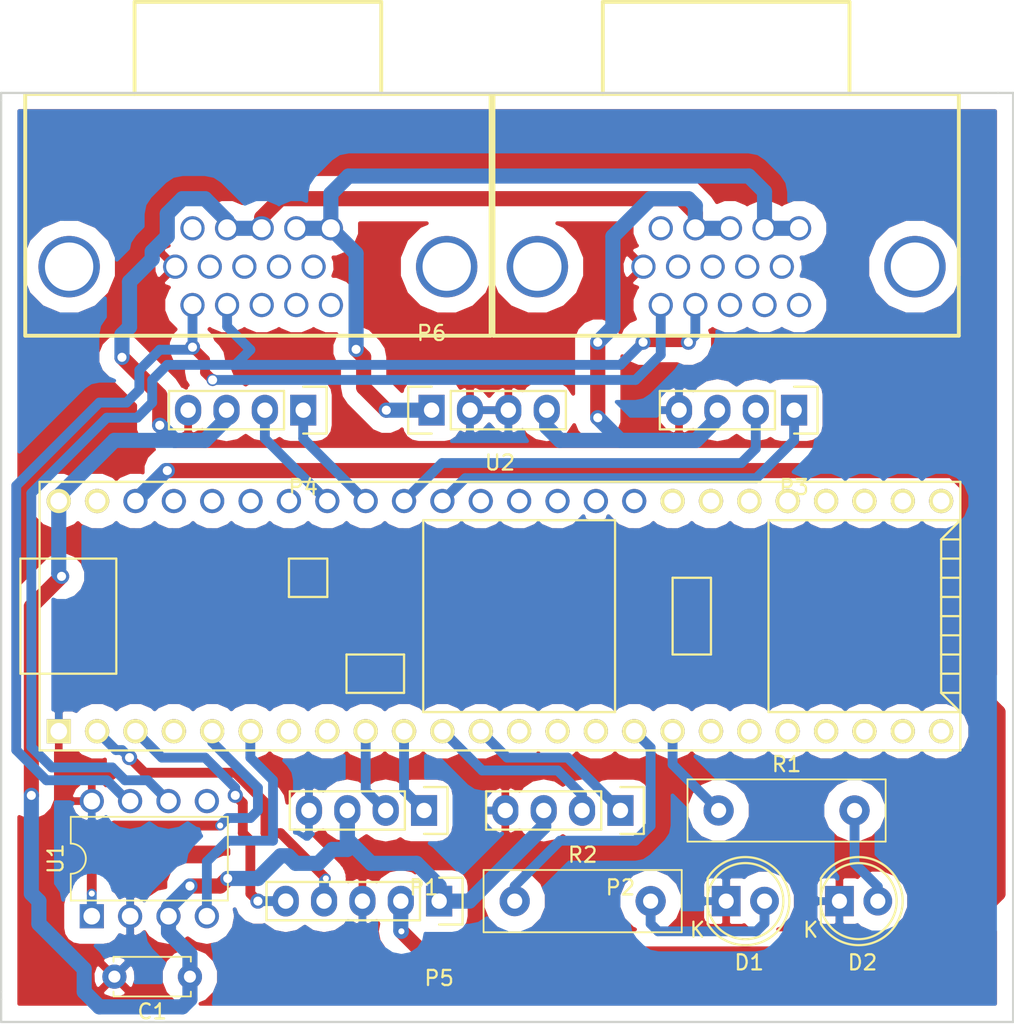
<source format=kicad_pcb>
(kicad_pcb (version 4) (host pcbnew 4.0.5)

  (general
    (links 62)
    (no_connects 11)
    (area 148.924999 75.146999 216.075001 143.385)
    (thickness 1.6)
    (drawings 11)
    (tracks 250)
    (zones 0)
    (modules 15)
    (nets 64)
  )

  (page A4)
  (layers
    (0 F.Cu signal)
    (31 B.Cu signal)
    (32 B.Adhes user)
    (33 F.Adhes user)
    (34 B.Paste user)
    (35 F.Paste user)
    (36 B.SilkS user)
    (37 F.SilkS user)
    (38 B.Mask user)
    (39 F.Mask user)
    (40 Dwgs.User user)
    (41 Cmts.User user)
    (42 Eco1.User user)
    (43 Eco2.User user)
    (44 Edge.Cuts user)
    (45 Margin user)
    (46 B.CrtYd user)
    (47 F.CrtYd user)
    (48 B.Fab user)
    (49 F.Fab user)
  )

  (setup
    (last_trace_width 0.65)
    (trace_clearance 0.2)
    (zone_clearance 1)
    (zone_45_only yes)
    (trace_min 0.2)
    (segment_width 0.2)
    (edge_width 0.15)
    (via_size 1)
    (via_drill 0.6)
    (via_min_size 0.4)
    (via_min_drill 0.3)
    (uvia_size 0.3)
    (uvia_drill 0.1)
    (uvias_allowed no)
    (uvia_min_size 0.2)
    (uvia_min_drill 0.1)
    (pcb_text_width 0.3)
    (pcb_text_size 1.5 1.5)
    (mod_edge_width 0.15)
    (mod_text_size 1 1)
    (mod_text_width 0.15)
    (pad_size 1.524 1.524)
    (pad_drill 0.762)
    (pad_to_mask_clearance 0.2)
    (aux_axis_origin 0 0)
    (visible_elements FFFFFF7F)
    (pcbplotparams
      (layerselection 0x01030_80000001)
      (usegerberextensions false)
      (excludeedgelayer true)
      (linewidth 0.100000)
      (plotframeref false)
      (viasonmask false)
      (mode 1)
      (useauxorigin false)
      (hpglpennumber 1)
      (hpglpenspeed 20)
      (hpglpendiameter 15)
      (hpglpenoverlay 2)
      (psnegative false)
      (psa4output false)
      (plotreference false)
      (plotvalue false)
      (plotinvisibletext false)
      (padsonsilk false)
      (subtractmaskfromsilk false)
      (outputformat 1)
      (mirror false)
      (drillshape 0)
      (scaleselection 1)
      (outputdirectory Gerbers/))
  )

  (net 0 "")
  (net 1 GND)
  (net 2 "Net-(D1-Pad2)")
  (net 3 "Net-(D2-Pad2)")
  (net 4 "Net-(J1-Pad0)")
  (net 5 +12V)
  (net 6 +5V)
  (net 7 "Net-(J1-Pad11)")
  (net 8 "Net-(J1-Pad5)")
  (net 9 "Net-(J1-Pad4)")
  (net 10 "Net-(J1-Pad3)")
  (net 11 /CANL)
  (net 12 /CANH)
  (net 13 "Net-(J2-Pad0)")
  (net 14 "Net-(J2-Pad11)")
  (net 15 "Net-(J2-Pad5)")
  (net 16 "Net-(J2-Pad4)")
  (net 17 "Net-(J2-Pad3)")
  (net 18 /B1)
  (net 19 /A1)
  (net 20 /B2)
  (net 21 /A2)
  (net 22 /A3)
  (net 23 /B3)
  (net 24 /A4)
  (net 25 /B4)
  (net 26 +3V3)
  (net 27 /Tx)
  (net 28 /Rx)
  (net 29 /CAN_Tx)
  (net 30 "Net-(U1-Pad5)")
  (net 31 /CAN_Rx)
  (net 32 "Net-(R1-Pad1)")
  (net 33 "Net-(U2-Pad18)")
  (net 34 "Net-(U2-Pad19)")
  (net 35 "Net-(U2-Pad20)")
  (net 36 "Net-(R2-Pad1)")
  (net 37 "Net-(U2-Pad15)")
  (net 38 "Net-(U2-Pad14)")
  (net 39 "Net-(U2-Pad21)")
  (net 40 "Net-(U2-Pad22)")
  (net 41 "Net-(U2-Pad23)")
  (net 42 "Net-(U2-Pad24)")
  (net 43 "Net-(U2-Pad30)")
  (net 44 "Net-(U2-Pad31)")
  (net 45 "Net-(U2-Pad32)")
  (net 46 "Net-(U2-Pad33)")
  (net 47 "Net-(U2-Pad34)")
  (net 48 "Net-(U2-Pad35)")
  (net 49 "Net-(U2-Pad36)")
  (net 50 "Net-(U2-Pad37)")
  (net 51 "Net-(U2-Pad13)")
  (net 52 "Net-(U2-Pad8)")
  (net 53 "Net-(U2-Pad7)")
  (net 54 "Net-(U2-Pad4)")
  (net 55 "Net-(U2-Pad38)")
  (net 56 "Net-(U2-Pad40)")
  (net 57 "Net-(U2-Pad41)")
  (net 58 "Net-(U2-Pad42)")
  (net 59 "Net-(U2-Pad47)")
  (net 60 "Net-(U2-Pad48)")
  (net 61 "Net-(U2-Pad49)")
  (net 62 "Net-(U2-Pad50)")
  (net 63 "Net-(U2-Pad52)")

  (net_class Default "This is the default net class."
    (clearance 0.2)
    (trace_width 0.65)
    (via_dia 1)
    (via_drill 0.6)
    (uvia_dia 0.3)
    (uvia_drill 0.1)
    (add_net /A1)
    (add_net /A2)
    (add_net /A3)
    (add_net /A4)
    (add_net /B1)
    (add_net /B2)
    (add_net /B3)
    (add_net /B4)
    (add_net /CANH)
    (add_net /CANL)
    (add_net /CAN_Rx)
    (add_net /CAN_Tx)
    (add_net /Rx)
    (add_net /Tx)
    (add_net "Net-(D1-Pad2)")
    (add_net "Net-(D2-Pad2)")
    (add_net "Net-(J1-Pad0)")
    (add_net "Net-(J1-Pad11)")
    (add_net "Net-(J1-Pad3)")
    (add_net "Net-(J1-Pad4)")
    (add_net "Net-(J1-Pad5)")
    (add_net "Net-(J2-Pad0)")
    (add_net "Net-(J2-Pad11)")
    (add_net "Net-(J2-Pad3)")
    (add_net "Net-(J2-Pad4)")
    (add_net "Net-(J2-Pad5)")
    (add_net "Net-(R1-Pad1)")
    (add_net "Net-(R2-Pad1)")
    (add_net "Net-(U1-Pad5)")
    (add_net "Net-(U2-Pad13)")
    (add_net "Net-(U2-Pad14)")
    (add_net "Net-(U2-Pad15)")
    (add_net "Net-(U2-Pad18)")
    (add_net "Net-(U2-Pad19)")
    (add_net "Net-(U2-Pad20)")
    (add_net "Net-(U2-Pad21)")
    (add_net "Net-(U2-Pad22)")
    (add_net "Net-(U2-Pad23)")
    (add_net "Net-(U2-Pad24)")
    (add_net "Net-(U2-Pad30)")
    (add_net "Net-(U2-Pad31)")
    (add_net "Net-(U2-Pad32)")
    (add_net "Net-(U2-Pad33)")
    (add_net "Net-(U2-Pad34)")
    (add_net "Net-(U2-Pad35)")
    (add_net "Net-(U2-Pad36)")
    (add_net "Net-(U2-Pad37)")
    (add_net "Net-(U2-Pad38)")
    (add_net "Net-(U2-Pad4)")
    (add_net "Net-(U2-Pad40)")
    (add_net "Net-(U2-Pad41)")
    (add_net "Net-(U2-Pad42)")
    (add_net "Net-(U2-Pad47)")
    (add_net "Net-(U2-Pad48)")
    (add_net "Net-(U2-Pad49)")
    (add_net "Net-(U2-Pad50)")
    (add_net "Net-(U2-Pad52)")
    (add_net "Net-(U2-Pad7)")
    (add_net "Net-(U2-Pad8)")
  )

  (net_class Power ""
    (clearance 0.2)
    (trace_width 1)
    (via_dia 1)
    (via_drill 0.6)
    (uvia_dia 0.3)
    (uvia_drill 0.1)
    (add_net +12V)
    (add_net +3V3)
    (add_net +5V)
    (add_net GND)
  )

  (module Teensy:Teensy35_36_LessPins (layer F.Cu) (tedit 587A696D) (tstamp 587A72E1)
    (at 182.025001 116.135)
    (path /58797DB9)
    (fp_text reference U2 (at 0 -10.16) (layer F.SilkS)
      (effects (font (size 1 1) (thickness 0.15)))
    )
    (fp_text value Teensy3.6 (at 0 10.16) (layer F.Fab)
      (effects (font (size 1 1) (thickness 0.15)))
    )
    (fp_line (start -13.97 -3.81) (end -13.97 -1.27) (layer F.SilkS) (width 0.15))
    (fp_line (start -13.97 -1.27) (end -11.43 -1.27) (layer F.SilkS) (width 0.15))
    (fp_line (start -11.43 -1.27) (end -11.43 -3.81) (layer F.SilkS) (width 0.15))
    (fp_line (start -11.43 -3.81) (end -13.97 -3.81) (layer F.SilkS) (width 0.15))
    (fp_line (start -6.35 5.08) (end -10.16 5.08) (layer F.SilkS) (width 0.15))
    (fp_line (start -10.16 5.08) (end -10.16 2.54) (layer F.SilkS) (width 0.15))
    (fp_line (start -10.16 2.54) (end -6.35 2.54) (layer F.SilkS) (width 0.15))
    (fp_line (start -6.35 2.54) (end -6.35 5.08) (layer F.SilkS) (width 0.15))
    (fp_line (start 7.62 6.35) (end 7.62 -6.35) (layer F.SilkS) (width 0.15))
    (fp_line (start -5.08 -6.35) (end -5.08 6.35) (layer F.SilkS) (width 0.15))
    (fp_line (start -5.08 6.35) (end 7.62 6.35) (layer F.SilkS) (width 0.15))
    (fp_line (start -5.08 -6.35) (end 7.62 -6.35) (layer F.SilkS) (width 0.15))
    (fp_line (start 29.21 5.08) (end 30.48 5.08) (layer F.SilkS) (width 0.15))
    (fp_line (start 29.21 3.81) (end 30.48 3.81) (layer F.SilkS) (width 0.15))
    (fp_line (start 29.21 2.54) (end 30.48 2.54) (layer F.SilkS) (width 0.15))
    (fp_line (start 29.21 1.27) (end 30.48 1.27) (layer F.SilkS) (width 0.15))
    (fp_line (start 29.21 0) (end 30.48 0) (layer F.SilkS) (width 0.15))
    (fp_line (start 29.21 -1.27) (end 30.48 -1.27) (layer F.SilkS) (width 0.15))
    (fp_line (start 29.21 -2.54) (end 30.48 -2.54) (layer F.SilkS) (width 0.15))
    (fp_line (start 29.21 -3.81) (end 30.48 -3.81) (layer F.SilkS) (width 0.15))
    (fp_line (start 29.21 -5.08) (end 30.48 -5.08) (layer F.SilkS) (width 0.15))
    (fp_line (start 30.48 6.35) (end 29.21 5.08) (layer F.SilkS) (width 0.15))
    (fp_line (start 29.21 5.08) (end 29.21 -5.08) (layer F.SilkS) (width 0.15))
    (fp_line (start 29.21 -5.08) (end 30.48 -6.35) (layer F.SilkS) (width 0.15))
    (fp_line (start 30.48 -6.35) (end 17.78 -6.35) (layer F.SilkS) (width 0.15))
    (fp_line (start 17.78 -6.35) (end 17.78 6.35) (layer F.SilkS) (width 0.15))
    (fp_line (start 17.78 6.35) (end 30.48 6.35) (layer F.SilkS) (width 0.15))
    (fp_line (start 30.48 -8.89) (end -30.48 -8.89) (layer F.SilkS) (width 0.15))
    (fp_line (start -30.48 8.89) (end 30.48 8.89) (layer F.SilkS) (width 0.15))
    (fp_line (start -30.48 3.81) (end -31.75 3.81) (layer F.SilkS) (width 0.15))
    (fp_line (start -31.75 3.81) (end -31.75 -3.81) (layer F.SilkS) (width 0.15))
    (fp_line (start -31.75 -3.81) (end -30.48 -3.81) (layer F.SilkS) (width 0.15))
    (fp_line (start -25.4 3.81) (end -25.4 -3.81) (layer F.SilkS) (width 0.15))
    (fp_line (start -25.4 -3.81) (end -30.48 -3.81) (layer F.SilkS) (width 0.15))
    (fp_line (start -25.4 3.81) (end -30.48 3.81) (layer F.SilkS) (width 0.15))
    (fp_line (start 13.97 -2.54) (end 13.97 2.54) (layer F.SilkS) (width 0.15))
    (fp_line (start 13.97 2.54) (end 11.43 2.54) (layer F.SilkS) (width 0.15))
    (fp_line (start 11.43 2.54) (end 11.43 -2.54) (layer F.SilkS) (width 0.15))
    (fp_line (start 11.43 -2.54) (end 13.97 -2.54) (layer F.SilkS) (width 0.15))
    (fp_line (start 30.48 -8.89) (end 30.48 8.89) (layer F.SilkS) (width 0.15))
    (fp_line (start -30.48 8.89) (end -30.48 -8.89) (layer F.SilkS) (width 0.15))
    (pad 17 thru_hole circle (at 11.43 7.62) (size 1.6 1.6) (drill 1.1) (layers *.Cu *.Mask F.SilkS)
      (net 32 "Net-(R1-Pad1)"))
    (pad 18 thru_hole circle (at 13.97 7.62) (size 1.6 1.6) (drill 1.1) (layers *.Cu *.Mask F.SilkS)
      (net 33 "Net-(U2-Pad18)"))
    (pad 19 thru_hole circle (at 16.51 7.62) (size 1.6 1.6) (drill 1.1) (layers *.Cu *.Mask F.SilkS)
      (net 34 "Net-(U2-Pad19)"))
    (pad 20 thru_hole circle (at 19.05 7.62) (size 1.6 1.6) (drill 1.1) (layers *.Cu *.Mask F.SilkS)
      (net 35 "Net-(U2-Pad20)"))
    (pad 16 thru_hole circle (at 8.89 7.62) (size 1.6 1.6) (drill 1.1) (layers *.Cu *.Mask F.SilkS)
      (net 36 "Net-(R2-Pad1)"))
    (pad 15 thru_hole circle (at 6.35 7.62) (size 1.6 1.6) (drill 1.1) (layers *.Cu *.Mask F.SilkS)
      (net 37 "Net-(U2-Pad15)"))
    (pad 14 thru_hole circle (at 3.81 7.62) (size 1.6 1.6) (drill 1.1) (layers *.Cu *.Mask F.SilkS)
      (net 38 "Net-(U2-Pad14)"))
    (pad 21 thru_hole circle (at 21.59 7.62) (size 1.6 1.6) (drill 1.1) (layers *.Cu *.Mask F.SilkS)
      (net 39 "Net-(U2-Pad21)"))
    (pad 22 thru_hole circle (at 24.13 7.62) (size 1.6 1.6) (drill 1.1) (layers *.Cu *.Mask F.SilkS)
      (net 40 "Net-(U2-Pad22)"))
    (pad 23 thru_hole circle (at 26.67 7.62) (size 1.6 1.6) (drill 1.1) (layers *.Cu *.Mask F.SilkS)
      (net 41 "Net-(U2-Pad23)"))
    (pad 24 thru_hole circle (at 29.21 7.62) (size 1.6 1.6) (drill 1.1) (layers *.Cu *.Mask F.SilkS)
      (net 42 "Net-(U2-Pad24)"))
    (pad 30 thru_hole circle (at 29.21 -7.62) (size 1.6 1.6) (drill 1.1) (layers *.Cu *.Mask F.SilkS)
      (net 43 "Net-(U2-Pad30)"))
    (pad 31 thru_hole circle (at 26.67 -7.62) (size 1.6 1.6) (drill 1.1) (layers *.Cu *.Mask F.SilkS)
      (net 44 "Net-(U2-Pad31)"))
    (pad 32 thru_hole circle (at 24.13 -7.62) (size 1.6 1.6) (drill 1.1) (layers *.Cu *.Mask F.SilkS)
      (net 45 "Net-(U2-Pad32)"))
    (pad 33 thru_hole circle (at 21.59 -7.62) (size 1.6 1.6) (drill 1.1) (layers *.Cu *.Mask F.SilkS)
      (net 46 "Net-(U2-Pad33)"))
    (pad 34 thru_hole circle (at 19.05 -7.62) (size 1.6 1.6) (drill 1.1) (layers *.Cu *.Mask F.SilkS)
      (net 47 "Net-(U2-Pad34)"))
    (pad 35 thru_hole circle (at 16.51 -7.62) (size 1.6 1.6) (drill 1.1) (layers *.Cu *.Mask F.SilkS)
      (net 48 "Net-(U2-Pad35)"))
    (pad 36 thru_hole circle (at 13.97 -7.62) (size 1.6 1.6) (drill 1.1) (layers *.Cu *.Mask F.SilkS)
      (net 49 "Net-(U2-Pad36)"))
    (pad 37 thru_hole circle (at 11.43 -7.62) (size 1.6 1.6) (drill 1.1) (layers *.Cu *.Mask F.SilkS)
      (net 50 "Net-(U2-Pad37)"))
    (pad 13 thru_hole circle (at 1.27 7.62) (size 1.6 1.6) (drill 1.1) (layers *.Cu *.Mask F.SilkS)
      (net 51 "Net-(U2-Pad13)"))
    (pad 12 thru_hole circle (at -1.27 7.62) (size 1.6 1.6) (drill 1.1) (layers *.Cu *.Mask F.SilkS)
      (net 20 /B2))
    (pad 11 thru_hole circle (at -3.81 7.62) (size 1.6 1.6) (drill 1.1) (layers *.Cu *.Mask F.SilkS)
      (net 21 /A2))
    (pad 10 thru_hole circle (at -6.35 7.62) (size 1.6 1.6) (drill 1.1) (layers *.Cu *.Mask F.SilkS)
      (net 18 /B1))
    (pad 9 thru_hole circle (at -8.89 7.62) (size 1.6 1.6) (drill 1.1) (layers *.Cu *.Mask F.SilkS)
      (net 19 /A1))
    (pad 8 thru_hole circle (at -11.43 7.62) (size 1.6 1.6) (drill 1.1) (layers *.Cu *.Mask F.SilkS)
      (net 52 "Net-(U2-Pad8)"))
    (pad 7 thru_hole circle (at -13.97 7.62) (size 1.6 1.6) (drill 1.1) (layers *.Cu *.Mask F.SilkS)
      (net 53 "Net-(U2-Pad7)"))
    (pad 6 thru_hole circle (at -16.51 7.62) (size 1.6 1.6) (drill 1.1) (layers *.Cu *.Mask F.SilkS)
      (net 31 /CAN_Rx))
    (pad 5 thru_hole circle (at -19.05 7.62) (size 1.6 1.6) (drill 1.1) (layers *.Cu *.Mask F.SilkS)
      (net 29 /CAN_Tx))
    (pad 4 thru_hole circle (at -21.59 7.62) (size 1.6 1.6) (drill 1.1) (layers *.Cu *.Mask F.SilkS)
      (net 54 "Net-(U2-Pad4)"))
    (pad 3 thru_hole circle (at -24.13 7.62) (size 1.6 1.6) (drill 1.1) (layers *.Cu *.Mask F.SilkS)
      (net 28 /Rx))
    (pad 2 thru_hole circle (at -26.67 7.62) (size 1.6 1.6) (drill 1.1) (layers *.Cu *.Mask F.SilkS)
      (net 27 /Tx))
    (pad 1 thru_hole rect (at -29.21 7.62) (size 1.6 1.6) (drill 1.1) (layers *.Cu *.Mask F.SilkS)
      (net 1 GND))
    (pad 38 thru_hole circle (at 8.89 -7.62) (size 1.6 1.6) (drill 1.1) (layers *.Cu *.Mask)
      (net 55 "Net-(U2-Pad38)"))
    (pad 39 thru_hole circle (at 6.35 -7.62) (size 1.6 1.6) (drill 1.1) (layers *.Cu *.Mask)
      (net 1 GND))
    (pad 40 thru_hole circle (at 3.81 -7.62) (size 1.6 1.6) (drill 1.1) (layers *.Cu *.Mask)
      (net 56 "Net-(U2-Pad40)"))
    (pad 41 thru_hole circle (at 1.27 -7.62) (size 1.6 1.6) (drill 1.1) (layers *.Cu *.Mask)
      (net 57 "Net-(U2-Pad41)"))
    (pad 42 thru_hole circle (at -1.27 -7.62) (size 1.6 1.6) (drill 1.1) (layers *.Cu *.Mask)
      (net 58 "Net-(U2-Pad42)"))
    (pad 43 thru_hole circle (at -3.81 -7.62) (size 1.6 1.6) (drill 1.1) (layers *.Cu *.Mask)
      (net 22 /A3))
    (pad 44 thru_hole circle (at -6.35 -7.62) (size 1.6 1.6) (drill 1.1) (layers *.Cu *.Mask)
      (net 23 /B3))
    (pad 45 thru_hole circle (at -8.89 -7.62) (size 1.6 1.6) (drill 1.1) (layers *.Cu *.Mask)
      (net 24 /A4))
    (pad 46 thru_hole circle (at -11.43 -7.62) (size 1.6 1.6) (drill 1.1) (layers *.Cu *.Mask)
      (net 25 /B4))
    (pad 47 thru_hole circle (at -13.97 -7.62) (size 1.6 1.6) (drill 1.1) (layers *.Cu *.Mask)
      (net 59 "Net-(U2-Pad47)"))
    (pad 48 thru_hole circle (at -16.51 -7.62) (size 1.6 1.6) (drill 1.1) (layers *.Cu *.Mask)
      (net 60 "Net-(U2-Pad48)"))
    (pad 49 thru_hole circle (at -19.05 -7.62) (size 1.6 1.6) (drill 1.1) (layers *.Cu *.Mask)
      (net 61 "Net-(U2-Pad49)"))
    (pad 50 thru_hole circle (at -21.59 -7.62) (size 1.6 1.6) (drill 1.1) (layers *.Cu *.Mask)
      (net 62 "Net-(U2-Pad50)"))
    (pad 51 thru_hole circle (at -24.13 -7.62) (size 1.6 1.6) (drill 1.1) (layers *.Cu *.Mask)
      (net 26 +3V3))
    (pad 52 thru_hole circle (at -26.67 -7.62) (size 1.6 1.6) (drill 1.1) (layers *.Cu *.Mask F.SilkS)
      (net 63 "Net-(U2-Pad52)"))
    (pad 53 thru_hole circle (at -29.21 -7.62) (size 1.6 1.6) (drill 1.1) (layers *.Cu *.Mask F.SilkS)
      (net 6 +5V))
  )

  (module Socket_Strips:Socket_Strip_Straight_1x04 (layer F.Cu) (tedit 0) (tstamp 587A7298)
    (at 169 102.5 180)
    (descr "Through hole socket strip")
    (tags "socket strip")
    (path /587A5D0B)
    (fp_text reference P4 (at 0 -5.1 180) (layer F.SilkS)
      (effects (font (size 1 1) (thickness 0.15)))
    )
    (fp_text value CONN_01X04 (at 0 -3.1 180) (layer F.Fab)
      (effects (font (size 1 1) (thickness 0.15)))
    )
    (fp_line (start -1.75 -1.75) (end -1.75 1.75) (layer F.CrtYd) (width 0.05))
    (fp_line (start 9.4 -1.75) (end 9.4 1.75) (layer F.CrtYd) (width 0.05))
    (fp_line (start -1.75 -1.75) (end 9.4 -1.75) (layer F.CrtYd) (width 0.05))
    (fp_line (start -1.75 1.75) (end 9.4 1.75) (layer F.CrtYd) (width 0.05))
    (fp_line (start 1.27 -1.27) (end 8.89 -1.27) (layer F.SilkS) (width 0.15))
    (fp_line (start 1.27 1.27) (end 8.89 1.27) (layer F.SilkS) (width 0.15))
    (fp_line (start -1.55 1.55) (end 0 1.55) (layer F.SilkS) (width 0.15))
    (fp_line (start 8.89 -1.27) (end 8.89 1.27) (layer F.SilkS) (width 0.15))
    (fp_line (start 1.27 1.27) (end 1.27 -1.27) (layer F.SilkS) (width 0.15))
    (fp_line (start 0 -1.55) (end -1.55 -1.55) (layer F.SilkS) (width 0.15))
    (fp_line (start -1.55 -1.55) (end -1.55 1.55) (layer F.SilkS) (width 0.15))
    (pad 1 thru_hole rect (at 0 0 180) (size 1.7272 2.032) (drill 1.016) (layers *.Cu *.Mask)
      (net 24 /A4))
    (pad 2 thru_hole oval (at 2.54 0 180) (size 1.7272 2.032) (drill 1.016) (layers *.Cu *.Mask)
      (net 25 /B4))
    (pad 3 thru_hole oval (at 5.08 0 180) (size 1.7272 2.032) (drill 1.016) (layers *.Cu *.Mask)
      (net 6 +5V))
    (pad 4 thru_hole oval (at 7.62 0 180) (size 1.7272 2.032) (drill 1.016) (layers *.Cu *.Mask)
      (net 1 GND))
    (model Socket_Strips.3dshapes/Socket_Strip_Straight_1x04.wrl
      (at (xyz 0.15 0 0))
      (scale (xyz 1 1 1))
      (rotate (xyz 0 0 180))
    )
  )

  (module LEDs:LED-5MM (layer F.Cu) (tedit 5570F7EA) (tstamp 587A7248)
    (at 197 135)
    (descr "LED 5mm round vertical")
    (tags "LED 5mm round vertical")
    (path /5872B4E8)
    (fp_text reference D1 (at 1.524 4.064) (layer F.SilkS)
      (effects (font (size 1 1) (thickness 0.15)))
    )
    (fp_text value LED (at 1.524 -3.937) (layer F.Fab)
      (effects (font (size 1 1) (thickness 0.15)))
    )
    (fp_line (start -1.5 -1.55) (end -1.5 1.55) (layer F.CrtYd) (width 0.05))
    (fp_arc (start 1.3 0) (end -1.5 1.55) (angle -302) (layer F.CrtYd) (width 0.05))
    (fp_arc (start 1.27 0) (end -1.23 -1.5) (angle 297.5) (layer F.SilkS) (width 0.15))
    (fp_line (start -1.23 1.5) (end -1.23 -1.5) (layer F.SilkS) (width 0.15))
    (fp_circle (center 1.27 0) (end 0.97 -2.5) (layer F.SilkS) (width 0.15))
    (fp_text user K (at -1.905 1.905) (layer F.SilkS)
      (effects (font (size 1 1) (thickness 0.15)))
    )
    (pad 1 thru_hole rect (at 0 0 90) (size 2 1.9) (drill 1.00076) (layers *.Cu *.Mask)
      (net 1 GND))
    (pad 2 thru_hole circle (at 2.54 0) (size 1.9 1.9) (drill 1.00076) (layers *.Cu *.Mask)
      (net 2 "Net-(D1-Pad2)"))
    (model LEDs.3dshapes/LED-5MM.wrl
      (at (xyz 0.05 0 0))
      (scale (xyz 1 1 1))
      (rotate (xyz 0 0 90))
    )
  )

  (module LEDs:LED-5MM (layer F.Cu) (tedit 5570F7EA) (tstamp 587A724E)
    (at 204.5 135)
    (descr "LED 5mm round vertical")
    (tags "LED 5mm round vertical")
    (path /5872B515)
    (fp_text reference D2 (at 1.524 4.064) (layer F.SilkS)
      (effects (font (size 1 1) (thickness 0.15)))
    )
    (fp_text value LED (at 1.524 -3.937) (layer F.Fab)
      (effects (font (size 1 1) (thickness 0.15)))
    )
    (fp_line (start -1.5 -1.55) (end -1.5 1.55) (layer F.CrtYd) (width 0.05))
    (fp_arc (start 1.3 0) (end -1.5 1.55) (angle -302) (layer F.CrtYd) (width 0.05))
    (fp_arc (start 1.27 0) (end -1.23 -1.5) (angle 297.5) (layer F.SilkS) (width 0.15))
    (fp_line (start -1.23 1.5) (end -1.23 -1.5) (layer F.SilkS) (width 0.15))
    (fp_circle (center 1.27 0) (end 0.97 -2.5) (layer F.SilkS) (width 0.15))
    (fp_text user K (at -1.905 1.905) (layer F.SilkS)
      (effects (font (size 1 1) (thickness 0.15)))
    )
    (pad 1 thru_hole rect (at 0 0 90) (size 2 1.9) (drill 1.00076) (layers *.Cu *.Mask)
      (net 1 GND))
    (pad 2 thru_hole circle (at 2.54 0) (size 1.9 1.9) (drill 1.00076) (layers *.Cu *.Mask)
      (net 3 "Net-(D2-Pad2)"))
    (model LEDs.3dshapes/LED-5MM.wrl
      (at (xyz 0.05 0 0))
      (scale (xyz 1 1 1))
      (rotate (xyz 0 0 90))
    )
  )

  (module conn-db15-SPC15430:conn_SPC15430 (layer F.Cu) (tedit 0) (tstamp 587A7263)
    (at 166 93)
    (path /5872B226)
    (fp_text reference J1 (at -8.6487 -6.9088) (layer F.SilkS) hide
      (effects (font (size 0.59944 0.59944) (thickness 0.0508)))
    )
    (fp_text value DB15_HighDensity_MountingHoles (at 6.858 -6.7945) (layer F.SilkS) hide
      (effects (font (size 0.59944 0.59944) (thickness 0.0508)))
    )
    (fp_line (start -8.1661 -17.526) (end -8.1661 -11.43) (layer F.SilkS) (width 0.254))
    (fp_line (start -8.1661 -17.526) (end 8.1661 -17.526) (layer F.SilkS) (width 0.254))
    (fp_line (start 8.1661 -17.526) (end 8.1661 -11.43) (layer F.SilkS) (width 0.254))
    (fp_line (start -15.4051 -11.43) (end 15.4051 -11.43) (layer F.SilkS) (width 0.254))
    (fp_line (start 15.4051 -11.43) (end 15.4051 4.572) (layer F.SilkS) (width 0.254))
    (fp_line (start 15.4051 4.572) (end -15.4051 4.572) (layer F.SilkS) (width 0.254))
    (fp_line (start -15.4051 -11.43) (end -15.4051 4.572) (layer F.SilkS) (width 0.254))
    (pad 0 thru_hole circle (at -12.49934 0) (size 4.064 4.064) (drill 3.2004) (layers *.Cu *.Mask)
      (net 4 "Net-(J1-Pad0)"))
    (pad 0 thru_hole circle (at 12.49934 0) (size 4.064 4.064) (drill 3.2004) (layers *.Cu *.Mask)
      (net 4 "Net-(J1-Pad0)"))
    (pad 15 thru_hole circle (at 4.83 -2.54) (size 1.6002 1.6002) (drill 1.19126) (layers *.Cu *.Mask)
      (net 5 +12V))
    (pad 10 thru_hole circle (at 3.685 0) (size 1.6002 1.6002) (drill 1.19126) (layers *.Cu *.Mask)
      (net 1 GND))
    (pad 14 thru_hole circle (at 2.54 -2.54) (size 1.6002 1.6002) (drill 1.19126) (layers *.Cu *.Mask)
      (net 5 +12V))
    (pad 13 thru_hole circle (at 0.25 -2.54) (size 1.6002 1.6002) (drill 1.19126) (layers *.Cu *.Mask)
      (net 6 +5V))
    (pad 12 thru_hole circle (at -2.04 -2.54) (size 1.6002 1.6002) (drill 1.19126) (layers *.Cu *.Mask)
      (net 6 +5V))
    (pad 11 thru_hole circle (at -4.33 -2.54) (size 1.6002 1.6002) (drill 1.19126) (layers *.Cu *.Mask)
      (net 7 "Net-(J1-Pad11)"))
    (pad 9 thru_hole circle (at 1.395 0) (size 1.6002 1.6002) (drill 1.19126) (layers *.Cu *.Mask)
      (net 1 GND))
    (pad 8 thru_hole circle (at -0.895 0) (size 1.6002 1.6002) (drill 1.19126) (layers *.Cu *.Mask)
      (net 1 GND))
    (pad 7 thru_hole circle (at -3.185 0) (size 1.6002 1.6002) (drill 1.19126) (layers *.Cu *.Mask)
      (net 1 GND))
    (pad 6 thru_hole circle (at -5.475 0) (size 1.6002 1.6002) (drill 1.2) (layers *.Cu *.Mask)
      (net 1 GND))
    (pad 5 thru_hole circle (at 4.83 2.54) (size 1.6002 1.6002) (drill 1.19126) (layers *.Cu *.Mask)
      (net 8 "Net-(J1-Pad5)"))
    (pad 4 thru_hole circle (at 2.54 2.54) (size 1.6002 1.6002) (drill 1.19126) (layers *.Cu *.Mask)
      (net 9 "Net-(J1-Pad4)"))
    (pad 3 thru_hole circle (at 0.25 2.54) (size 1.6002 1.6002) (drill 1.19126) (layers *.Cu *.Mask)
      (net 10 "Net-(J1-Pad3)"))
    (pad 2 thru_hole circle (at -2.04 2.54) (size 1.6002 1.6002) (drill 1.19126) (layers *.Cu *.Mask)
      (net 11 /CANL))
    (pad 1 thru_hole circle (at -4.33 2.54) (size 1.6002 1.6002) (drill 1.19126) (layers *.Cu *.Mask)
      (net 12 /CANH))
    (model conn_spc15430.wrl
      (at (xyz 0 0 0))
      (scale (xyz 1 1 1))
      (rotate (xyz 0 0 0))
    )
  )

  (module conn-db15-SPC15430:conn_SPC15430 (layer F.Cu) (tedit 0) (tstamp 587A7278)
    (at 197 93)
    (path /5872CC77)
    (fp_text reference J2 (at -8.6487 -6.9088) (layer F.SilkS) hide
      (effects (font (size 0.59944 0.59944) (thickness 0.0508)))
    )
    (fp_text value DB15_HighDensity_MountingHoles (at 6.858 -6.7945) (layer F.SilkS) hide
      (effects (font (size 0.59944 0.59944) (thickness 0.0508)))
    )
    (fp_line (start -8.1661 -17.526) (end -8.1661 -11.43) (layer F.SilkS) (width 0.254))
    (fp_line (start -8.1661 -17.526) (end 8.1661 -17.526) (layer F.SilkS) (width 0.254))
    (fp_line (start 8.1661 -17.526) (end 8.1661 -11.43) (layer F.SilkS) (width 0.254))
    (fp_line (start -15.4051 -11.43) (end 15.4051 -11.43) (layer F.SilkS) (width 0.254))
    (fp_line (start 15.4051 -11.43) (end 15.4051 4.572) (layer F.SilkS) (width 0.254))
    (fp_line (start 15.4051 4.572) (end -15.4051 4.572) (layer F.SilkS) (width 0.254))
    (fp_line (start -15.4051 -11.43) (end -15.4051 4.572) (layer F.SilkS) (width 0.254))
    (pad 0 thru_hole circle (at -12.49934 0) (size 4.064 4.064) (drill 3.2004) (layers *.Cu *.Mask)
      (net 13 "Net-(J2-Pad0)"))
    (pad 0 thru_hole circle (at 12.49934 0) (size 4.064 4.064) (drill 3.2004) (layers *.Cu *.Mask)
      (net 13 "Net-(J2-Pad0)"))
    (pad 15 thru_hole circle (at 4.83 -2.54) (size 1.6002 1.6002) (drill 1.19126) (layers *.Cu *.Mask)
      (net 5 +12V))
    (pad 10 thru_hole circle (at 3.685 0) (size 1.6002 1.6002) (drill 1.19126) (layers *.Cu *.Mask)
      (net 1 GND))
    (pad 14 thru_hole circle (at 2.54 -2.54) (size 1.6002 1.6002) (drill 1.19126) (layers *.Cu *.Mask)
      (net 5 +12V))
    (pad 13 thru_hole circle (at 0.25 -2.54) (size 1.6002 1.6002) (drill 1.19126) (layers *.Cu *.Mask)
      (net 6 +5V))
    (pad 12 thru_hole circle (at -2.04 -2.54) (size 1.6002 1.6002) (drill 1.19126) (layers *.Cu *.Mask)
      (net 6 +5V))
    (pad 11 thru_hole circle (at -4.33 -2.54) (size 1.6002 1.6002) (drill 1.19126) (layers *.Cu *.Mask)
      (net 14 "Net-(J2-Pad11)"))
    (pad 9 thru_hole circle (at 1.395 0) (size 1.6002 1.6002) (drill 1.19126) (layers *.Cu *.Mask)
      (net 1 GND))
    (pad 8 thru_hole circle (at -0.895 0) (size 1.6002 1.6002) (drill 1.19126) (layers *.Cu *.Mask)
      (net 1 GND))
    (pad 7 thru_hole circle (at -3.185 0) (size 1.6002 1.6002) (drill 1.19126) (layers *.Cu *.Mask)
      (net 1 GND))
    (pad 6 thru_hole circle (at -5.475 0) (size 1.6002 1.6002) (drill 1.2) (layers *.Cu *.Mask)
      (net 1 GND))
    (pad 5 thru_hole circle (at 4.83 2.54) (size 1.6002 1.6002) (drill 1.19126) (layers *.Cu *.Mask)
      (net 15 "Net-(J2-Pad5)"))
    (pad 4 thru_hole circle (at 2.54 2.54) (size 1.6002 1.6002) (drill 1.19126) (layers *.Cu *.Mask)
      (net 16 "Net-(J2-Pad4)"))
    (pad 3 thru_hole circle (at 0.25 2.54) (size 1.6002 1.6002) (drill 1.19126) (layers *.Cu *.Mask)
      (net 17 "Net-(J2-Pad3)"))
    (pad 2 thru_hole circle (at -2.04 2.54) (size 1.6002 1.6002) (drill 1.19126) (layers *.Cu *.Mask)
      (net 11 /CANL))
    (pad 1 thru_hole circle (at -4.33 2.54) (size 1.6002 1.6002) (drill 1.19126) (layers *.Cu *.Mask)
      (net 12 /CANH))
    (model conn_spc15430.wrl
      (at (xyz 0 0 0))
      (scale (xyz 1 1 1))
      (rotate (xyz 0 0 0))
    )
  )

  (module Socket_Strips:Socket_Strip_Straight_1x04 (layer F.Cu) (tedit 0) (tstamp 587A7280)
    (at 177 129 180)
    (descr "Through hole socket strip")
    (tags "socket strip")
    (path /587A62EF)
    (fp_text reference P1 (at 0 -5.1 180) (layer F.SilkS)
      (effects (font (size 1 1) (thickness 0.15)))
    )
    (fp_text value CONN_01X04 (at 0 -3.1 180) (layer F.Fab)
      (effects (font (size 1 1) (thickness 0.15)))
    )
    (fp_line (start -1.75 -1.75) (end -1.75 1.75) (layer F.CrtYd) (width 0.05))
    (fp_line (start 9.4 -1.75) (end 9.4 1.75) (layer F.CrtYd) (width 0.05))
    (fp_line (start -1.75 -1.75) (end 9.4 -1.75) (layer F.CrtYd) (width 0.05))
    (fp_line (start -1.75 1.75) (end 9.4 1.75) (layer F.CrtYd) (width 0.05))
    (fp_line (start 1.27 -1.27) (end 8.89 -1.27) (layer F.SilkS) (width 0.15))
    (fp_line (start 1.27 1.27) (end 8.89 1.27) (layer F.SilkS) (width 0.15))
    (fp_line (start -1.55 1.55) (end 0 1.55) (layer F.SilkS) (width 0.15))
    (fp_line (start 8.89 -1.27) (end 8.89 1.27) (layer F.SilkS) (width 0.15))
    (fp_line (start 1.27 1.27) (end 1.27 -1.27) (layer F.SilkS) (width 0.15))
    (fp_line (start 0 -1.55) (end -1.55 -1.55) (layer F.SilkS) (width 0.15))
    (fp_line (start -1.55 -1.55) (end -1.55 1.55) (layer F.SilkS) (width 0.15))
    (pad 1 thru_hole rect (at 0 0 180) (size 1.7272 2.032) (drill 1.016) (layers *.Cu *.Mask)
      (net 18 /B1))
    (pad 2 thru_hole oval (at 2.54 0 180) (size 1.7272 2.032) (drill 1.016) (layers *.Cu *.Mask)
      (net 19 /A1))
    (pad 3 thru_hole oval (at 5.08 0 180) (size 1.7272 2.032) (drill 1.016) (layers *.Cu *.Mask)
      (net 6 +5V))
    (pad 4 thru_hole oval (at 7.62 0 180) (size 1.7272 2.032) (drill 1.016) (layers *.Cu *.Mask)
      (net 1 GND))
    (model Socket_Strips.3dshapes/Socket_Strip_Straight_1x04.wrl
      (at (xyz 0.15 0 0))
      (scale (xyz 1 1 1))
      (rotate (xyz 0 0 180))
    )
  )

  (module Socket_Strips:Socket_Strip_Straight_1x04 (layer F.Cu) (tedit 0) (tstamp 587A7288)
    (at 190 129 180)
    (descr "Through hole socket strip")
    (tags "socket strip")
    (path /587A62AF)
    (fp_text reference P2 (at 0 -5.1 180) (layer F.SilkS)
      (effects (font (size 1 1) (thickness 0.15)))
    )
    (fp_text value CONN_01X04 (at 0 -3.1 180) (layer F.Fab)
      (effects (font (size 1 1) (thickness 0.15)))
    )
    (fp_line (start -1.75 -1.75) (end -1.75 1.75) (layer F.CrtYd) (width 0.05))
    (fp_line (start 9.4 -1.75) (end 9.4 1.75) (layer F.CrtYd) (width 0.05))
    (fp_line (start -1.75 -1.75) (end 9.4 -1.75) (layer F.CrtYd) (width 0.05))
    (fp_line (start -1.75 1.75) (end 9.4 1.75) (layer F.CrtYd) (width 0.05))
    (fp_line (start 1.27 -1.27) (end 8.89 -1.27) (layer F.SilkS) (width 0.15))
    (fp_line (start 1.27 1.27) (end 8.89 1.27) (layer F.SilkS) (width 0.15))
    (fp_line (start -1.55 1.55) (end 0 1.55) (layer F.SilkS) (width 0.15))
    (fp_line (start 8.89 -1.27) (end 8.89 1.27) (layer F.SilkS) (width 0.15))
    (fp_line (start 1.27 1.27) (end 1.27 -1.27) (layer F.SilkS) (width 0.15))
    (fp_line (start 0 -1.55) (end -1.55 -1.55) (layer F.SilkS) (width 0.15))
    (fp_line (start -1.55 -1.55) (end -1.55 1.55) (layer F.SilkS) (width 0.15))
    (pad 1 thru_hole rect (at 0 0 180) (size 1.7272 2.032) (drill 1.016) (layers *.Cu *.Mask)
      (net 20 /B2))
    (pad 2 thru_hole oval (at 2.54 0 180) (size 1.7272 2.032) (drill 1.016) (layers *.Cu *.Mask)
      (net 21 /A2))
    (pad 3 thru_hole oval (at 5.08 0 180) (size 1.7272 2.032) (drill 1.016) (layers *.Cu *.Mask)
      (net 6 +5V))
    (pad 4 thru_hole oval (at 7.62 0 180) (size 1.7272 2.032) (drill 1.016) (layers *.Cu *.Mask)
      (net 1 GND))
    (model Socket_Strips.3dshapes/Socket_Strip_Straight_1x04.wrl
      (at (xyz 0.15 0 0))
      (scale (xyz 1 1 1))
      (rotate (xyz 0 0 180))
    )
  )

  (module Socket_Strips:Socket_Strip_Straight_1x04 (layer F.Cu) (tedit 0) (tstamp 587A7290)
    (at 201.5 102.5 180)
    (descr "Through hole socket strip")
    (tags "socket strip")
    (path /587A6271)
    (fp_text reference P3 (at 0 -5.1 180) (layer F.SilkS)
      (effects (font (size 1 1) (thickness 0.15)))
    )
    (fp_text value CONN_01X04 (at 0 -3.1 180) (layer F.Fab)
      (effects (font (size 1 1) (thickness 0.15)))
    )
    (fp_line (start -1.75 -1.75) (end -1.75 1.75) (layer F.CrtYd) (width 0.05))
    (fp_line (start 9.4 -1.75) (end 9.4 1.75) (layer F.CrtYd) (width 0.05))
    (fp_line (start -1.75 -1.75) (end 9.4 -1.75) (layer F.CrtYd) (width 0.05))
    (fp_line (start -1.75 1.75) (end 9.4 1.75) (layer F.CrtYd) (width 0.05))
    (fp_line (start 1.27 -1.27) (end 8.89 -1.27) (layer F.SilkS) (width 0.15))
    (fp_line (start 1.27 1.27) (end 8.89 1.27) (layer F.SilkS) (width 0.15))
    (fp_line (start -1.55 1.55) (end 0 1.55) (layer F.SilkS) (width 0.15))
    (fp_line (start 8.89 -1.27) (end 8.89 1.27) (layer F.SilkS) (width 0.15))
    (fp_line (start 1.27 1.27) (end 1.27 -1.27) (layer F.SilkS) (width 0.15))
    (fp_line (start 0 -1.55) (end -1.55 -1.55) (layer F.SilkS) (width 0.15))
    (fp_line (start -1.55 -1.55) (end -1.55 1.55) (layer F.SilkS) (width 0.15))
    (pad 1 thru_hole rect (at 0 0 180) (size 1.7272 2.032) (drill 1.016) (layers *.Cu *.Mask)
      (net 22 /A3))
    (pad 2 thru_hole oval (at 2.54 0 180) (size 1.7272 2.032) (drill 1.016) (layers *.Cu *.Mask)
      (net 23 /B3))
    (pad 3 thru_hole oval (at 5.08 0 180) (size 1.7272 2.032) (drill 1.016) (layers *.Cu *.Mask)
      (net 6 +5V))
    (pad 4 thru_hole oval (at 7.62 0 180) (size 1.7272 2.032) (drill 1.016) (layers *.Cu *.Mask)
      (net 1 GND))
    (model Socket_Strips.3dshapes/Socket_Strip_Straight_1x04.wrl
      (at (xyz 0.15 0 0))
      (scale (xyz 1 1 1))
      (rotate (xyz 0 0 180))
    )
  )

  (module Socket_Strips:Socket_Strip_Straight_1x05 (layer F.Cu) (tedit 0) (tstamp 587A72A1)
    (at 178 135 180)
    (descr "Through hole socket strip")
    (tags "socket strip")
    (path /587987CF)
    (fp_text reference P5 (at 0 -5.1 180) (layer F.SilkS)
      (effects (font (size 1 1) (thickness 0.15)))
    )
    (fp_text value CONN_01X05 (at 0 -3.1 180) (layer F.Fab)
      (effects (font (size 1 1) (thickness 0.15)))
    )
    (fp_line (start -1.75 -1.75) (end -1.75 1.75) (layer F.CrtYd) (width 0.05))
    (fp_line (start 11.95 -1.75) (end 11.95 1.75) (layer F.CrtYd) (width 0.05))
    (fp_line (start -1.75 -1.75) (end 11.95 -1.75) (layer F.CrtYd) (width 0.05))
    (fp_line (start -1.75 1.75) (end 11.95 1.75) (layer F.CrtYd) (width 0.05))
    (fp_line (start 1.27 1.27) (end 11.43 1.27) (layer F.SilkS) (width 0.15))
    (fp_line (start 11.43 1.27) (end 11.43 -1.27) (layer F.SilkS) (width 0.15))
    (fp_line (start 11.43 -1.27) (end 1.27 -1.27) (layer F.SilkS) (width 0.15))
    (fp_line (start -1.55 1.55) (end 0 1.55) (layer F.SilkS) (width 0.15))
    (fp_line (start 1.27 1.27) (end 1.27 -1.27) (layer F.SilkS) (width 0.15))
    (fp_line (start 0 -1.55) (end -1.55 -1.55) (layer F.SilkS) (width 0.15))
    (fp_line (start -1.55 -1.55) (end -1.55 1.55) (layer F.SilkS) (width 0.15))
    (pad 1 thru_hole rect (at 0 0 180) (size 1.7272 2.032) (drill 1.016) (layers *.Cu *.Mask)
      (net 6 +5V))
    (pad 2 thru_hole oval (at 2.54 0 180) (size 1.7272 2.032) (drill 1.016) (layers *.Cu *.Mask)
      (net 26 +3V3))
    (pad 3 thru_hole oval (at 5.08 0 180) (size 1.7272 2.032) (drill 1.016) (layers *.Cu *.Mask)
      (net 1 GND))
    (pad 4 thru_hole oval (at 7.62 0 180) (size 1.7272 2.032) (drill 1.016) (layers *.Cu *.Mask)
      (net 27 /Tx))
    (pad 5 thru_hole oval (at 10.16 0 180) (size 1.7272 2.032) (drill 1.016) (layers *.Cu *.Mask)
      (net 28 /Rx))
    (model Socket_Strips.3dshapes/Socket_Strip_Straight_1x05.wrl
      (at (xyz 0.2 0 0))
      (scale (xyz 1 1 1))
      (rotate (xyz 0 0 180))
    )
  )

  (module Custom_Footprints:DIP-8_W7.62mm_BiggerHoles (layer F.Cu) (tedit 58781600) (tstamp 587A72AD)
    (at 155 136 90)
    (descr "8-lead dip package, row spacing 7.62 mm (300 mils)")
    (tags "DIL DIP PDIP 2.54mm 7.62mm 300mil")
    (path /5872AF6B)
    (fp_text reference U1 (at 3.81 -2.39 90) (layer F.SilkS)
      (effects (font (size 1 1) (thickness 0.15)))
    )
    (fp_text value MCP2551-I/P (at 3.81 10.01 90) (layer F.Fab)
      (effects (font (size 1 1) (thickness 0.15)))
    )
    (fp_arc (start 3.81 -1.39) (end 2.81 -1.39) (angle -180) (layer F.SilkS) (width 0.12))
    (fp_line (start 1.635 -1.27) (end 6.985 -1.27) (layer F.Fab) (width 0.1))
    (fp_line (start 6.985 -1.27) (end 6.985 8.89) (layer F.Fab) (width 0.1))
    (fp_line (start 6.985 8.89) (end 0.635 8.89) (layer F.Fab) (width 0.1))
    (fp_line (start 0.635 8.89) (end 0.635 -0.27) (layer F.Fab) (width 0.1))
    (fp_line (start 0.635 -0.27) (end 1.635 -1.27) (layer F.Fab) (width 0.1))
    (fp_line (start 2.81 -1.39) (end 1.04 -1.39) (layer F.SilkS) (width 0.12))
    (fp_line (start 1.04 -1.39) (end 1.04 9.01) (layer F.SilkS) (width 0.12))
    (fp_line (start 1.04 9.01) (end 6.58 9.01) (layer F.SilkS) (width 0.12))
    (fp_line (start 6.58 9.01) (end 6.58 -1.39) (layer F.SilkS) (width 0.12))
    (fp_line (start 6.58 -1.39) (end 4.81 -1.39) (layer F.SilkS) (width 0.12))
    (fp_line (start -1.1 -1.6) (end -1.1 9.2) (layer F.CrtYd) (width 0.05))
    (fp_line (start -1.1 9.2) (end 8.7 9.2) (layer F.CrtYd) (width 0.05))
    (fp_line (start 8.7 9.2) (end 8.7 -1.6) (layer F.CrtYd) (width 0.05))
    (fp_line (start 8.7 -1.6) (end -1.1 -1.6) (layer F.CrtYd) (width 0.05))
    (pad 1 thru_hole rect (at 0 0 90) (size 1.6 1.6) (drill 1.1) (layers *.Cu *.Mask)
      (net 29 /CAN_Tx))
    (pad 5 thru_hole oval (at 7.62 7.62 90) (size 1.6 1.6) (drill 1.1) (layers *.Cu *.Mask)
      (net 30 "Net-(U1-Pad5)"))
    (pad 2 thru_hole oval (at 0 2.54 90) (size 1.6 1.6) (drill 1.1) (layers *.Cu *.Mask)
      (net 1 GND))
    (pad 6 thru_hole oval (at 7.62 5.08 90) (size 1.6 1.6) (drill 1.1) (layers *.Cu *.Mask)
      (net 11 /CANL))
    (pad 3 thru_hole oval (at 0 5.08 90) (size 1.6 1.6) (drill 1.1) (layers *.Cu *.Mask)
      (net 6 +5V))
    (pad 7 thru_hole oval (at 7.62 2.54 90) (size 1.6 1.6) (drill 1.1) (layers *.Cu *.Mask)
      (net 12 /CANH))
    (pad 4 thru_hole oval (at 0 7.62 90) (size 1.6 1.6) (drill 1.1) (layers *.Cu *.Mask)
      (net 31 /CAN_Rx))
    (pad 8 thru_hole oval (at 7.62 0 90) (size 1.6 1.6) (drill 1.1) (layers *.Cu *.Mask)
      (net 1 GND))
    (model Housings_DIP.3dshapes/DIP-8_W7.62mm.wrl
      (at (xyz 0 0 0))
      (scale (xyz 1 1 1))
      (rotate (xyz 0 0 0))
    )
  )

  (module Resistors_THT:R_Box_L13.0mm_W4.0mm_P9.00mm (layer F.Cu) (tedit 5874F707) (tstamp 587A8678)
    (at 196.5 129)
    (descr "Resistor, Box series, Radial, pin pitch=9.00mm, 2W, length*width=13*4mm^2, http://www.produktinfo.conrad.com/datenblaetter/425000-449999/443860-da-01-de-METALLBAND_WIDERSTAND_0_1_OHM_5W_5Pr.pdf")
    (tags "Resistor Box series Radial pin pitch 9.00mm 2W length 13mm width 4mm")
    (path /5872BB16)
    (fp_text reference R1 (at 4.5 -3.06) (layer F.SilkS)
      (effects (font (size 1 1) (thickness 0.15)))
    )
    (fp_text value R (at 4.5 3.06) (layer F.Fab)
      (effects (font (size 1 1) (thickness 0.15)))
    )
    (fp_line (start -2 -2) (end -2 2) (layer F.Fab) (width 0.1))
    (fp_line (start -2 2) (end 11 2) (layer F.Fab) (width 0.1))
    (fp_line (start 11 2) (end 11 -2) (layer F.Fab) (width 0.1))
    (fp_line (start 11 -2) (end -2 -2) (layer F.Fab) (width 0.1))
    (fp_line (start -2.06 -2.06) (end 11.06 -2.06) (layer F.SilkS) (width 0.12))
    (fp_line (start -2.06 2.06) (end 11.06 2.06) (layer F.SilkS) (width 0.12))
    (fp_line (start -2.06 -2.06) (end -2.06 2.06) (layer F.SilkS) (width 0.12))
    (fp_line (start 11.06 -2.06) (end 11.06 2.06) (layer F.SilkS) (width 0.12))
    (fp_line (start -2.35 -2.35) (end -2.35 2.35) (layer F.CrtYd) (width 0.05))
    (fp_line (start -2.35 2.35) (end 11.35 2.35) (layer F.CrtYd) (width 0.05))
    (fp_line (start 11.35 2.35) (end 11.35 -2.35) (layer F.CrtYd) (width 0.05))
    (fp_line (start 11.35 -2.35) (end -2.35 -2.35) (layer F.CrtYd) (width 0.05))
    (pad 1 thru_hole circle (at 0 0) (size 2 2) (drill 1) (layers *.Cu *.Mask)
      (net 32 "Net-(R1-Pad1)"))
    (pad 2 thru_hole circle (at 9 0) (size 2 2) (drill 1) (layers *.Cu *.Mask)
      (net 3 "Net-(D2-Pad2)"))
    (model Resistors_ThroughHole.3dshapes/R_Box_L13.0mm_W4.0mm_P9.00mm.wrl
      (at (xyz 0 0 0))
      (scale (xyz 0.393701 0.393701 0.393701))
      (rotate (xyz 0 0 0))
    )
  )

  (module Resistors_THT:R_Box_L13.0mm_W4.0mm_P9.00mm (layer F.Cu) (tedit 5874F707) (tstamp 587A867E)
    (at 183 135)
    (descr "Resistor, Box series, Radial, pin pitch=9.00mm, 2W, length*width=13*4mm^2, http://www.produktinfo.conrad.com/datenblaetter/425000-449999/443860-da-01-de-METALLBAND_WIDERSTAND_0_1_OHM_5W_5Pr.pdf")
    (tags "Resistor Box series Radial pin pitch 9.00mm 2W length 13mm width 4mm")
    (path /5872B548)
    (fp_text reference R2 (at 4.5 -3.06) (layer F.SilkS)
      (effects (font (size 1 1) (thickness 0.15)))
    )
    (fp_text value R (at 4.5 3.06) (layer F.Fab)
      (effects (font (size 1 1) (thickness 0.15)))
    )
    (fp_line (start -2 -2) (end -2 2) (layer F.Fab) (width 0.1))
    (fp_line (start -2 2) (end 11 2) (layer F.Fab) (width 0.1))
    (fp_line (start 11 2) (end 11 -2) (layer F.Fab) (width 0.1))
    (fp_line (start 11 -2) (end -2 -2) (layer F.Fab) (width 0.1))
    (fp_line (start -2.06 -2.06) (end 11.06 -2.06) (layer F.SilkS) (width 0.12))
    (fp_line (start -2.06 2.06) (end 11.06 2.06) (layer F.SilkS) (width 0.12))
    (fp_line (start -2.06 -2.06) (end -2.06 2.06) (layer F.SilkS) (width 0.12))
    (fp_line (start 11.06 -2.06) (end 11.06 2.06) (layer F.SilkS) (width 0.12))
    (fp_line (start -2.35 -2.35) (end -2.35 2.35) (layer F.CrtYd) (width 0.05))
    (fp_line (start -2.35 2.35) (end 11.35 2.35) (layer F.CrtYd) (width 0.05))
    (fp_line (start 11.35 2.35) (end 11.35 -2.35) (layer F.CrtYd) (width 0.05))
    (fp_line (start 11.35 -2.35) (end -2.35 -2.35) (layer F.CrtYd) (width 0.05))
    (pad 1 thru_hole circle (at 0 0) (size 2 2) (drill 1) (layers *.Cu *.Mask)
      (net 36 "Net-(R2-Pad1)"))
    (pad 2 thru_hole circle (at 9 0) (size 2 2) (drill 1) (layers *.Cu *.Mask)
      (net 2 "Net-(D1-Pad2)"))
    (model Resistors_ThroughHole.3dshapes/R_Box_L13.0mm_W4.0mm_P9.00mm.wrl
      (at (xyz 0 0 0))
      (scale (xyz 0.393701 0.393701 0.393701))
      (rotate (xyz 0 0 0))
    )
  )

  (module Socket_Strips:Socket_Strip_Straight_1x04 (layer F.Cu) (tedit 0) (tstamp 587AA2B9)
    (at 177.5 102.5)
    (descr "Through hole socket strip")
    (tags "socket strip")
    (path /587AA249)
    (fp_text reference P6 (at 0 -5.1) (layer F.SilkS)
      (effects (font (size 1 1) (thickness 0.15)))
    )
    (fp_text value CONN_01X04 (at 0 -3.1) (layer F.Fab)
      (effects (font (size 1 1) (thickness 0.15)))
    )
    (fp_line (start -1.75 -1.75) (end -1.75 1.75) (layer F.CrtYd) (width 0.05))
    (fp_line (start 9.4 -1.75) (end 9.4 1.75) (layer F.CrtYd) (width 0.05))
    (fp_line (start -1.75 -1.75) (end 9.4 -1.75) (layer F.CrtYd) (width 0.05))
    (fp_line (start -1.75 1.75) (end 9.4 1.75) (layer F.CrtYd) (width 0.05))
    (fp_line (start 1.27 -1.27) (end 8.89 -1.27) (layer F.SilkS) (width 0.15))
    (fp_line (start 1.27 1.27) (end 8.89 1.27) (layer F.SilkS) (width 0.15))
    (fp_line (start -1.55 1.55) (end 0 1.55) (layer F.SilkS) (width 0.15))
    (fp_line (start 8.89 -1.27) (end 8.89 1.27) (layer F.SilkS) (width 0.15))
    (fp_line (start 1.27 1.27) (end 1.27 -1.27) (layer F.SilkS) (width 0.15))
    (fp_line (start 0 -1.55) (end -1.55 -1.55) (layer F.SilkS) (width 0.15))
    (fp_line (start -1.55 -1.55) (end -1.55 1.55) (layer F.SilkS) (width 0.15))
    (pad 1 thru_hole rect (at 0 0) (size 1.7272 2.032) (drill 1.016) (layers *.Cu *.Mask)
      (net 5 +12V))
    (pad 2 thru_hole oval (at 2.54 0) (size 1.7272 2.032) (drill 1.016) (layers *.Cu *.Mask)
      (net 1 GND))
    (pad 3 thru_hole oval (at 5.08 0) (size 1.7272 2.032) (drill 1.016) (layers *.Cu *.Mask)
      (net 1 GND))
    (pad 4 thru_hole oval (at 7.62 0) (size 1.7272 2.032) (drill 1.016) (layers *.Cu *.Mask)
      (net 6 +5V))
    (model Socket_Strips.3dshapes/Socket_Strip_Straight_1x04.wrl
      (at (xyz 0.15 0 0))
      (scale (xyz 1 1 1))
      (rotate (xyz 0 0 180))
    )
  )

  (module Capacitors_THT:C_Disc_D5.0mm_W2.5mm_P5.00mm (layer F.Cu) (tedit 58765D06) (tstamp 587D195B)
    (at 161.5 140 180)
    (descr "C, Disc series, Radial, pin pitch=5.00mm, , diameter*width=5*2.5mm^2, Capacitor, http://cdn-reichelt.de/documents/datenblatt/B300/DS_KERKO_TC.pdf")
    (tags "C Disc series Radial pin pitch 5.00mm  diameter 5mm width 2.5mm Capacitor")
    (path /587D1A17)
    (fp_text reference C1 (at 2.5 -2.31 180) (layer F.SilkS)
      (effects (font (size 1 1) (thickness 0.15)))
    )
    (fp_text value C (at 2.5 2.31 180) (layer F.Fab)
      (effects (font (size 1 1) (thickness 0.15)))
    )
    (fp_line (start 0 -1.25) (end 0 1.25) (layer F.Fab) (width 0.1))
    (fp_line (start 0 1.25) (end 5 1.25) (layer F.Fab) (width 0.1))
    (fp_line (start 5 1.25) (end 5 -1.25) (layer F.Fab) (width 0.1))
    (fp_line (start 5 -1.25) (end 0 -1.25) (layer F.Fab) (width 0.1))
    (fp_line (start -0.06 -1.31) (end 5.06 -1.31) (layer F.SilkS) (width 0.12))
    (fp_line (start -0.06 1.31) (end 5.06 1.31) (layer F.SilkS) (width 0.12))
    (fp_line (start -0.06 -1.31) (end -0.06 -0.996) (layer F.SilkS) (width 0.12))
    (fp_line (start -0.06 0.996) (end -0.06 1.31) (layer F.SilkS) (width 0.12))
    (fp_line (start 5.06 -1.31) (end 5.06 -0.996) (layer F.SilkS) (width 0.12))
    (fp_line (start 5.06 0.996) (end 5.06 1.31) (layer F.SilkS) (width 0.12))
    (fp_line (start -1.05 -1.6) (end -1.05 1.6) (layer F.CrtYd) (width 0.05))
    (fp_line (start -1.05 1.6) (end 6.05 1.6) (layer F.CrtYd) (width 0.05))
    (fp_line (start 6.05 1.6) (end 6.05 -1.6) (layer F.CrtYd) (width 0.05))
    (fp_line (start 6.05 -1.6) (end -1.05 -1.6) (layer F.CrtYd) (width 0.05))
    (pad 1 thru_hole circle (at 0 0 180) (size 1.6 1.6) (drill 0.8) (layers *.Cu *.Mask)
      (net 6 +5V))
    (pad 2 thru_hole circle (at 5 0 180) (size 1.6 1.6) (drill 0.8) (layers *.Cu *.Mask)
      (net 1 GND))
    (model Capacitors_ThroughHole.3dshapes/C_Disc_D5.0mm_W2.5mm_P5.00mm.wrl
      (at (xyz 0 0 0))
      (scale (xyz 0.393701 0.393701 0.393701))
      (rotate (xyz 0 0 0))
    )
  )

  (gr_line (start 216 143) (end 216 141.5) (angle 90) (layer Edge.Cuts) (width 0.15))
  (gr_line (start 149 143) (end 216 143) (angle 90) (layer Edge.Cuts) (width 0.15))
  (gr_line (start 149 141.5) (end 149 143) (angle 90) (layer Edge.Cuts) (width 0.15))
  (gr_line (start 216 141.5) (end 216 141) (angle 90) (layer Edge.Cuts) (width 0.15))
  (gr_line (start 149 141) (end 149 141.5) (angle 90) (layer Edge.Cuts) (width 0.15))
  (gr_line (start 149 81.5) (end 215 81.5) (angle 90) (layer Edge.Cuts) (width 0.15))
  (gr_line (start 149 82) (end 149 81.5) (angle 90) (layer Edge.Cuts) (width 0.15))
  (gr_line (start 149 141) (end 149 82) (angle 90) (layer Edge.Cuts) (width 0.15))
  (gr_line (start 216 140.5) (end 216 141) (angle 90) (layer Edge.Cuts) (width 0.15))
  (gr_line (start 216 81.5) (end 216 140.5) (angle 90) (layer Edge.Cuts) (width 0.15))
  (gr_line (start 215 81.5) (end 216 81.5) (angle 90) (layer Edge.Cuts) (width 0.15))

  (segment (start 192 135) (end 192 136.5) (width 0.65) (layer B.Cu) (net 2) (status 10))
  (segment (start 199.54 136.46) (end 199.54 135) (width 0.65) (layer B.Cu) (net 2) (tstamp 587AA87B) (status 20))
  (segment (start 199 137) (end 199.54 136.46) (width 0.65) (layer B.Cu) (net 2) (tstamp 587AA87A))
  (segment (start 192.5 137) (end 199 137) (width 0.65) (layer B.Cu) (net 2) (tstamp 587AA879))
  (segment (start 192 136.5) (end 192.5 137) (width 0.65) (layer B.Cu) (net 2) (tstamp 587AA877))
  (segment (start 205.5 129) (end 205.5 132.5) (width 0.65) (layer B.Cu) (net 3) (status 10))
  (segment (start 207.04 134.04) (end 207.04 135) (width 0.65) (layer B.Cu) (net 3) (tstamp 587AA883) (status 20))
  (segment (start 205.5 132.5) (end 207.04 134.04) (width 0.65) (layer B.Cu) (net 3) (tstamp 587AA881))
  (segment (start 172.5 92.13) (end 172.5 98.474998) (width 1) (layer B.Cu) (net 5))
  (segment (start 170.83 90.46) (end 172.5 92.13) (width 1) (layer B.Cu) (net 5) (tstamp 587D13A6) (status 10))
  (segment (start 174.5 102.5) (end 177.5 102.5) (width 1) (layer B.Cu) (net 5) (tstamp 588F74FA) (status 20))
  (via (at 174.5 102.5) (size 1) (drill 0.6) (layers F.Cu B.Cu) (net 5))
  (segment (start 173 101) (end 174.5 102.5) (width 1) (layer F.Cu) (net 5) (tstamp 588F74F5))
  (segment (start 173 98.974998) (end 173 101) (width 1) (layer F.Cu) (net 5) (tstamp 588F74F4))
  (segment (start 172.5 98.474998) (end 173 98.974998) (width 1) (layer F.Cu) (net 5) (tstamp 588F74F3))
  (via (at 172.5 98.474998) (size 1) (drill 0.6) (layers F.Cu B.Cu) (net 5))
  (segment (start 170.83 90.46) (end 170.83 88.17) (width 1) (layer B.Cu) (net 5) (status 10))
  (segment (start 199.54 88.04) (end 199.54 90.46) (width 1) (layer B.Cu) (net 5) (tstamp 587D131B) (status 20))
  (segment (start 198.5 87) (end 199.54 88.04) (width 1) (layer B.Cu) (net 5) (tstamp 587D1318))
  (segment (start 172 87) (end 198.5 87) (width 1) (layer B.Cu) (net 5) (tstamp 587D1310))
  (segment (start 170.83 88.17) (end 172 87) (width 1) (layer B.Cu) (net 5) (tstamp 587D130E))
  (segment (start 199.54 90.46) (end 201.83 90.46) (width 1) (layer B.Cu) (net 5) (status 30))
  (segment (start 168.54 90.46) (end 170.83 90.46) (width 1) (layer B.Cu) (net 5) (status 30))
  (segment (start 154.5 139.5) (end 151.5 136.5) (width 1) (layer B.Cu) (net 6))
  (segment (start 151 115.5) (end 153 113.5) (width 1) (layer F.Cu) (net 6) (tstamp 588F8017))
  (via (at 153 113.5) (size 1) (drill 0.6) (layers F.Cu B.Cu) (net 6))
  (segment (start 153 113.5) (end 152.815001 113.315001) (width 1) (layer B.Cu) (net 6) (tstamp 588F801B))
  (segment (start 152.815001 108.515) (end 152.815001 113.315001) (width 1) (layer B.Cu) (net 6) (tstamp 588F801C) (status 10))
  (segment (start 161.5 141.5) (end 161.5 140) (width 1) (layer B.Cu) (net 6) (tstamp 588F7D9E) (status 20))
  (segment (start 161 142) (end 161.5 141.5) (width 1) (layer B.Cu) (net 6) (tstamp 588F7D9D))
  (segment (start 155.5 142) (end 161 142) (width 1) (layer B.Cu) (net 6) (tstamp 588F7D9B))
  (segment (start 154.5 141) (end 155.5 142) (width 1) (layer B.Cu) (net 6) (tstamp 588F7D99))
  (segment (start 154.5 139.5) (end 154.5 141) (width 1) (layer B.Cu) (net 6) (tstamp 588F7D92))
  (segment (start 151 128) (end 151 115.5) (width 1) (layer F.Cu) (net 6))
  (via (at 151 128) (size 1) (drill 0.6) (layers F.Cu B.Cu) (net 6))
  (segment (start 151 134.5) (end 151 128) (width 1) (layer B.Cu) (net 6) (tstamp 588F80C5))
  (segment (start 151.5 135) (end 151 134.5) (width 1) (layer B.Cu) (net 6) (tstamp 588F80BF))
  (segment (start 151.5 136.5) (end 151.5 135) (width 1) (layer B.Cu) (net 6) (tstamp 588F80BD))
  (segment (start 166 133.5) (end 164 133.5) (width 1) (layer B.Cu) (net 6))
  (segment (start 170.92 131.58) (end 170 132.5) (width 1) (layer B.Cu) (net 6) (tstamp 588F7F79))
  (segment (start 170 132.5) (end 168.5 132.5) (width 1) (layer B.Cu) (net 6) (tstamp 588F7F7E))
  (segment (start 168.5 132.5) (end 168 132) (width 1) (layer B.Cu) (net 6) (tstamp 588F7F81))
  (segment (start 168 132) (end 167.5 132) (width 1) (layer B.Cu) (net 6) (tstamp 588F7F82))
  (segment (start 167.5 132) (end 166 133.5) (width 1) (layer B.Cu) (net 6) (tstamp 588F7F84))
  (segment (start 171.92 129) (end 171.92 131.58) (width 1) (layer B.Cu) (net 6) (tstamp 587AA055) (status 10))
  (segment (start 171.92 131.58) (end 170.92 131.58) (width 1) (layer B.Cu) (net 6))
  (segment (start 161.5 134) (end 160.08 135.42) (width 1) (layer B.Cu) (net 6) (tstamp 588F7FDD) (status 20))
  (via (at 161.5 134) (size 1) (drill 0.6) (layers F.Cu B.Cu) (net 6))
  (segment (start 163.5 134) (end 161.5 134) (width 1) (layer F.Cu) (net 6) (tstamp 588F7FDA))
  (segment (start 164 133.5) (end 163.5 134) (width 1) (layer F.Cu) (net 6) (tstamp 588F7FD9))
  (via (at 164 133.5) (size 1) (drill 0.6) (layers F.Cu B.Cu) (net 6))
  (segment (start 160.08 135.42) (end 160.08 136) (width 1) (layer B.Cu) (net 6) (tstamp 588F7FDE) (status 30))
  (segment (start 161.5 140) (end 161.5 138.5) (width 1) (layer B.Cu) (net 6) (status 10))
  (segment (start 160.08 137.08) (end 160.08 136) (width 1) (layer B.Cu) (net 6) (tstamp 588F7D29) (status 20))
  (segment (start 161.5 138.5) (end 160.08 137.08) (width 1) (layer B.Cu) (net 6) (tstamp 588F7D27))
  (segment (start 160.5 104.5) (end 156.5 104.5) (width 1) (layer B.Cu) (net 6))
  (segment (start 156.5 104.5) (end 152.815001 108.184999) (width 1) (layer B.Cu) (net 6) (tstamp 588F78CA) (status 20))
  (segment (start 152.815001 108.184999) (end 152.815001 108.515) (width 1) (layer B.Cu) (net 6) (tstamp 588F78CB) (status 30))
  (via (at 159.5 103.5) (size 1) (drill 0.6) (layers F.Cu B.Cu) (net 6))
  (segment (start 163.96 89.96) (end 162.5 88.5) (width 1) (layer B.Cu) (net 6) (tstamp 587D15A5) (status 10))
  (segment (start 161 88.5) (end 162.5 88.5) (width 1) (layer B.Cu) (net 6) (tstamp 587D15A1))
  (segment (start 160 89.5) (end 161 88.5) (width 1) (layer B.Cu) (net 6) (tstamp 587D15A0))
  (segment (start 160 91) (end 160 89.5) (width 1) (layer B.Cu) (net 6) (tstamp 587D159D))
  (segment (start 159 92) (end 160 91) (width 1) (layer B.Cu) (net 6) (tstamp 587D159C))
  (segment (start 159 92.5) (end 159 92) (width 1) (layer B.Cu) (net 6) (tstamp 587D1596))
  (segment (start 157.5 94) (end 159 92.5) (width 1) (layer B.Cu) (net 6) (tstamp 587D1593))
  (segment (start 157.5 97) (end 157.5 94) (width 1) (layer B.Cu) (net 6) (tstamp 587D1591))
  (segment (start 157 97.5) (end 157.5 97) (width 1) (layer B.Cu) (net 6) (tstamp 587D158F))
  (segment (start 157 99) (end 157 97.5) (width 1) (layer B.Cu) (net 6) (tstamp 587D158E))
  (via (at 157 99) (size 1) (drill 0.6) (layers F.Cu B.Cu) (net 6))
  (segment (start 159.5 101.5) (end 157 99) (width 1) (layer F.Cu) (net 6) (tstamp 587D158B))
  (segment (start 159.5 103.5) (end 159.5 101.5) (width 1) (layer F.Cu) (net 6) (tstamp 587D158A))
  (segment (start 162.5 104.5) (end 163.92 103.08) (width 1) (layer B.Cu) (net 6) (tstamp 588F742A) (status 20))
  (segment (start 160.5 104.5) (end 162.5 104.5) (width 1) (layer B.Cu) (net 6) (tstamp 588F78B2))
  (segment (start 159.5 103.5) (end 160.5 104.5) (width 1) (layer B.Cu) (net 6) (tstamp 588F78B1))
  (segment (start 196.42 102.5) (end 196.42 103.08) (width 1) (layer B.Cu) (net 6) (status 30))
  (segment (start 196.42 103.08) (end 195 104.5) (width 1) (layer B.Cu) (net 6) (tstamp 588F75B8) (status 10))
  (segment (start 195 104.5) (end 190 104.5) (width 1) (layer B.Cu) (net 6) (tstamp 588F75BA))
  (segment (start 190 104.5) (end 188.5 103) (width 1) (layer B.Cu) (net 6) (tstamp 588F75BC))
  (via (at 188.5 103) (size 1) (drill 0.6) (layers F.Cu B.Cu) (net 6))
  (segment (start 188.5 103) (end 188.5 98) (width 1) (layer F.Cu) (net 6) (tstamp 588F75C3))
  (via (at 188.5 98) (size 1) (drill 0.6) (layers F.Cu B.Cu) (net 6))
  (segment (start 188.5 98) (end 189.5 97) (width 1) (layer B.Cu) (net 6) (tstamp 588F75CB))
  (segment (start 189.5 97) (end 189.5 91) (width 1) (layer B.Cu) (net 6) (tstamp 588F75CC))
  (segment (start 189.5 91) (end 192 88.5) (width 1) (layer B.Cu) (net 6) (tstamp 588F75CE))
  (segment (start 192 88.5) (end 194.5 88.5) (width 1) (layer B.Cu) (net 6) (tstamp 588F75D0))
  (segment (start 194.5 88.5) (end 194.96 88.96) (width 1) (layer B.Cu) (net 6) (tstamp 588F75D2))
  (segment (start 194.96 88.96) (end 194.96 90.46) (width 1) (layer B.Cu) (net 6) (tstamp 588F75D4) (status 20))
  (segment (start 163.92 103.08) (end 163.92 102.5) (width 1) (layer B.Cu) (net 6) (tstamp 588F742B) (status 30))
  (segment (start 196.42 103.08) (end 195 104.5) (width 1) (layer B.Cu) (net 6) (tstamp 587D16FA) (status 10))
  (segment (start 185.12 103.62) (end 185.12 102.5) (width 1) (layer B.Cu) (net 6) (tstamp 587D16FF) (status 20))
  (segment (start 186 104.5) (end 185.12 103.62) (width 1) (layer B.Cu) (net 6) (tstamp 587D16FE))
  (segment (start 195 104.5) (end 186 104.5) (width 1) (layer B.Cu) (net 6) (tstamp 587D16FC))
  (segment (start 163.96 89.96) (end 163.96 90.46) (width 1) (layer B.Cu) (net 6) (tstamp 587D15A7) (status 30))
  (segment (start 166.25 90.46) (end 166.25 89.75) (width 1) (layer F.Cu) (net 6) (status 30))
  (segment (start 166.25 89.75) (end 167.5 88.5) (width 1) (layer F.Cu) (net 6) (tstamp 587D1565) (status 10))
  (segment (start 194.96 89.46) (end 194.96 90.46) (width 1) (layer F.Cu) (net 6) (tstamp 587D1571) (status 20))
  (segment (start 194 88.5) (end 194.96 89.46) (width 1) (layer F.Cu) (net 6) (tstamp 587D156E))
  (segment (start 167.5 88.5) (end 194 88.5) (width 1) (layer F.Cu) (net 6) (tstamp 587D1567))
  (segment (start 163.96 90.46) (end 163.96 89.96) (width 1) (layer B.Cu) (net 6) (status 30))
  (segment (start 194.96 90.46) (end 197.25 90.46) (width 1) (layer B.Cu) (net 6) (status 30))
  (segment (start 163.96 90.46) (end 166.25 90.46) (width 1) (layer B.Cu) (net 6) (status 30))
  (segment (start 178 135) (end 180 135) (width 1) (layer B.Cu) (net 6) (status 10))
  (segment (start 184.92 130.08) (end 184.92 129) (width 1) (layer B.Cu) (net 6) (tstamp 587AA7B8) (status 20))
  (segment (start 180 135) (end 184.92 130.08) (width 1) (layer B.Cu) (net 6) (tstamp 587AA7B3))
  (segment (start 178 135) (end 178 134) (width 1) (layer B.Cu) (net 6) (status 30))
  (segment (start 178 134) (end 176.5 132.5) (width 1) (layer B.Cu) (net 6) (tstamp 587AA7A1) (status 10))
  (segment (start 176.5 132.5) (end 173.5 132.5) (width 1) (layer B.Cu) (net 6) (tstamp 587AA7A2))
  (segment (start 173.5 132.5) (end 171.92 130.92) (width 1) (layer B.Cu) (net 6) (tstamp 587AA7A5))
  (segment (start 171.92 130.92) (end 171.92 129) (width 1) (layer B.Cu) (net 6) (tstamp 587AA7A6) (status 20))
  (segment (start 160.08 136) (end 160.08 135.92) (width 1) (layer B.Cu) (net 6) (status 30))
  (segment (start 158.7 127) (end 157.202084 127) (width 0.65) (layer B.Cu) (net 11))
  (segment (start 160.08 128.38) (end 158.7 127) (width 0.65) (layer B.Cu) (net 11) (tstamp 588F7EF4) (status 10))
  (segment (start 151 124.797916) (end 151 108) (width 0.65) (layer B.Cu) (net 11) (tstamp 587D0EE8))
  (segment (start 151 108) (end 156 103) (width 0.65) (layer B.Cu) (net 11) (tstamp 587D0EEA))
  (segment (start 159 100.5) (end 160 99.5) (width 0.65) (layer B.Cu) (net 11) (tstamp 587D0F03))
  (segment (start 160 99.5) (end 164.5 99.5) (width 0.65) (layer B.Cu) (net 11) (tstamp 587D0F05))
  (segment (start 159 102) (end 159 100.5) (width 0.65) (layer B.Cu) (net 11) (tstamp 588F78DF))
  (segment (start 158 103) (end 159 102) (width 0.65) (layer B.Cu) (net 11) (tstamp 588F78DD))
  (segment (start 156 103) (end 158 103) (width 0.65) (layer B.Cu) (net 11) (tstamp 588F78DC))
  (segment (start 152.352082 126.149998) (end 151 124.797916) (width 0.65) (layer B.Cu) (net 11) (tstamp 588F8087))
  (segment (start 156.352082 126.149998) (end 152.352082 126.149998) (width 0.65) (layer B.Cu) (net 11) (tstamp 588F8084))
  (segment (start 157.202084 127) (end 156.352082 126.149998) (width 0.65) (layer B.Cu) (net 11) (tstamp 588F807C))
  (segment (start 164.5 99.5) (end 190 99.5) (width 0.65) (layer B.Cu) (net 11))
  (segment (start 194.96 97.54) (end 194.96 95.54) (width 0.65) (layer B.Cu) (net 11) (tstamp 587D1392) (status 20))
  (segment (start 194.5 98) (end 194.96 97.54) (width 0.65) (layer B.Cu) (net 11) (tstamp 587D1391))
  (via (at 194.5 98) (size 1) (drill 0.6) (layers F.Cu B.Cu) (net 11))
  (segment (start 191.5 98) (end 194.5 98) (width 0.65) (layer F.Cu) (net 11) (tstamp 587D1381))
  (via (at 191.5 98) (size 1) (drill 0.6) (layers F.Cu B.Cu) (net 11))
  (segment (start 190 99.5) (end 191.5 98) (width 0.65) (layer B.Cu) (net 11) (tstamp 587D136E))
  (segment (start 163.96 96.96) (end 163.96 95.54) (width 0.65) (layer B.Cu) (net 11) (tstamp 587D0F0D) (status 20))
  (segment (start 165.5 98.5) (end 163.96 96.96) (width 0.65) (layer B.Cu) (net 11) (tstamp 587D0F0A))
  (segment (start 164.5 99.5) (end 165.5 98.5) (width 0.65) (layer B.Cu) (net 11) (tstamp 587D0F08))
  (segment (start 163.96 95.54) (end 163.96 95.96) (width 0.65) (layer B.Cu) (net 11) (status 30))
  (segment (start 152 127) (end 156 127) (width 0.65) (layer B.Cu) (net 12))
  (segment (start 152 127) (end 150 125) (width 0.65) (layer B.Cu) (net 12) (tstamp 588F8060))
  (segment (start 150 107.5) (end 155.5 102) (width 0.65) (layer B.Cu) (net 12))
  (segment (start 150 107.5) (end 150 125) (width 0.65) (layer B.Cu) (net 12) (tstamp 587D0F34))
  (segment (start 158.148958 99.851042) (end 158.148958 101.148958) (width 0.65) (layer B.Cu) (net 12) (tstamp 587D0F26))
  (segment (start 159.5 98.5) (end 158.148958 99.851042) (width 0.65) (layer B.Cu) (net 12) (tstamp 587D0F24))
  (segment (start 161.5 98.5) (end 159.5 98.5) (width 0.65) (layer B.Cu) (net 12) (tstamp 587D0F22))
  (segment (start 161.67 98.33) (end 161.5 98.5) (width 0.65) (layer B.Cu) (net 12))
  (segment (start 157.297916 102) (end 158.148958 101.148958) (width 0.65) (layer B.Cu) (net 12) (tstamp 588F78D6))
  (segment (start 155.5 102) (end 157.297916 102) (width 0.65) (layer B.Cu) (net 12) (tstamp 588F78D2))
  (segment (start 156 127) (end 157.38 128.38) (width 0.65) (layer B.Cu) (net 12) (tstamp 588F8070) (status 20))
  (segment (start 157.38 128.38) (end 157.54 128.38) (width 0.65) (layer B.Cu) (net 12) (tstamp 588F8071) (status 30))
  (via (at 161.67 98.33) (size 1) (drill 0.6) (layers F.Cu B.Cu) (net 12))
  (segment (start 161.67 98.33) (end 162.5 99.16) (width 0.65) (layer F.Cu) (net 12) (tstamp 587D1337))
  (segment (start 162.5 99.16) (end 162.5 100) (width 0.65) (layer F.Cu) (net 12) (tstamp 587D1338))
  (segment (start 162.5 100) (end 163 100.5) (width 0.65) (layer F.Cu) (net 12) (tstamp 587D1339))
  (via (at 163 100.5) (size 0.8) (drill 0.6) (layers F.Cu B.Cu) (net 12))
  (segment (start 163 100.5) (end 191 100.5) (width 0.65) (layer B.Cu) (net 12) (tstamp 587D1348))
  (segment (start 191 100.5) (end 192.67 98.83) (width 0.65) (layer B.Cu) (net 12) (tstamp 587D1349))
  (segment (start 192.67 98.83) (end 192.67 95.54) (width 0.65) (layer B.Cu) (net 12) (tstamp 587D135E) (status 20))
  (segment (start 161.67 95.54) (end 161.67 98.33) (width 0.65) (layer B.Cu) (net 12) (status 10))
  (segment (start 175.675001 123.755) (end 175.675001 127.675001) (width 0.65) (layer B.Cu) (net 18) (status 10))
  (segment (start 175.675001 127.675001) (end 177 129) (width 0.65) (layer B.Cu) (net 18) (tstamp 587AA7E9) (status 20))
  (segment (start 173.135001 123.755) (end 173.135001 127.675001) (width 0.65) (layer B.Cu) (net 19) (status 10))
  (segment (start 173.135001 127.675001) (end 174.46 129) (width 0.65) (layer B.Cu) (net 19) (tstamp 587AA7EE) (status 20))
  (segment (start 180.755001 123.755) (end 180.755001 123.755001) (width 0.65) (layer B.Cu) (net 20) (status 30))
  (segment (start 180.755001 123.755001) (end 182.5 125.5) (width 0.65) (layer B.Cu) (net 20) (tstamp 587AA8F3) (status 10))
  (segment (start 182.5 125.5) (end 186.5 125.5) (width 0.65) (layer B.Cu) (net 20) (tstamp 587AA8F6))
  (segment (start 186.5 125.5) (end 190 129) (width 0.65) (layer B.Cu) (net 20) (tstamp 587AA8F8) (status 20))
  (segment (start 178.215001 123.755) (end 178.255 123.755) (width 0.65) (layer B.Cu) (net 21) (status 30))
  (segment (start 178.255 123.755) (end 180.850002 126.350002) (width 0.65) (layer B.Cu) (net 21) (tstamp 588F7E2C) (status 10))
  (segment (start 187.46 127.96) (end 187.46 129) (width 0.65) (layer B.Cu) (net 21) (tstamp 588F7E35) (status 20))
  (segment (start 185.850002 126.350002) (end 187.46 127.96) (width 0.65) (layer B.Cu) (net 21) (tstamp 588F7E32))
  (segment (start 180.850002 126.350002) (end 185.850002 126.350002) (width 0.65) (layer B.Cu) (net 21) (tstamp 588F7E2E))
  (segment (start 201.5 102.5) (end 201.5 104.5) (width 0.65) (layer B.Cu) (net 22) (status 10))
  (segment (start 179.730001 107) (end 178.215001 108.515) (width 0.65) (layer B.Cu) (net 22) (tstamp 588F786D) (status 20))
  (segment (start 199 107) (end 179.730001 107) (width 0.65) (layer B.Cu) (net 22) (tstamp 588F7869))
  (segment (start 201.5 104.5) (end 199 107) (width 0.65) (layer B.Cu) (net 22) (tstamp 588F7867))
  (segment (start 198.96 102.5) (end 198.96 105.04) (width 0.65) (layer B.Cu) (net 23) (status 10))
  (segment (start 178.190001 106) (end 175.675001 108.515) (width 0.65) (layer B.Cu) (net 23) (tstamp 588F787A) (status 20))
  (segment (start 198 106) (end 178.190001 106) (width 0.65) (layer B.Cu) (net 23) (tstamp 588F7874))
  (segment (start 198.96 105.04) (end 198 106) (width 0.65) (layer B.Cu) (net 23) (tstamp 588F7872))
  (segment (start 175.675001 108.515) (end 175.675001 108.675001) (width 0.65) (layer B.Cu) (net 23) (status 30))
  (segment (start 169 102.5) (end 169 104.379999) (width 0.65) (layer B.Cu) (net 24) (status 10))
  (segment (start 169 104.379999) (end 173.135001 108.515) (width 0.65) (layer B.Cu) (net 24) (tstamp 588F787F) (status 20))
  (segment (start 166.46 102.5) (end 166.46 104.379999) (width 0.65) (layer B.Cu) (net 25) (status 10))
  (segment (start 166.46 104.379999) (end 170.595001 108.515) (width 0.65) (layer B.Cu) (net 25) (tstamp 588F7884) (status 20))
  (segment (start 170.5 108.419999) (end 170.595001 108.515) (width 0.65) (layer B.Cu) (net 25) (tstamp 587AAE7E) (status 30))
  (segment (start 170.515 108.515) (end 170.595001 108.515) (width 0.65) (layer B.Cu) (net 25) (tstamp 587A9D85) (status 30))
  (via (at 175.5 137) (size 0.6) (drill 0.4) (layers F.Cu B.Cu) (net 26))
  (segment (start 175.5 137) (end 175.46 136.96) (width 1) (layer B.Cu) (net 26) (tstamp 588F7943))
  (segment (start 175.46 136.96) (end 175.46 135) (width 1) (layer B.Cu) (net 26) (tstamp 588F7944) (status 20))
  (segment (start 160 106.5) (end 159.910001 106.5) (width 1) (layer B.Cu) (net 26))
  (segment (start 160 106.5) (end 212 106.5) (width 1) (layer F.Cu) (net 26) (tstamp 588F7798))
  (segment (start 212 106.5) (end 213 107.5) (width 1) (layer F.Cu) (net 26) (tstamp 588F779E))
  (segment (start 213 107.5) (end 213 120.5) (width 1) (layer F.Cu) (net 26) (tstamp 588F77A0))
  (segment (start 213 120.5) (end 215 122.5) (width 1) (layer F.Cu) (net 26) (tstamp 588F77A6))
  (segment (start 215 122.5) (end 215 134.5) (width 1) (layer F.Cu) (net 26) (tstamp 588F77A7))
  (segment (start 215 134.5) (end 211 138.5) (width 1) (layer F.Cu) (net 26) (tstamp 588F77AA))
  (segment (start 211 138.5) (end 177 138.5) (width 1) (layer F.Cu) (net 26) (tstamp 588F77B0))
  (segment (start 177 138.5) (end 175.5 137) (width 1) (layer F.Cu) (net 26) (tstamp 588F77B4))
  (via (at 160 106.5) (size 1) (drill 0.6) (layers F.Cu B.Cu) (net 26))
  (segment (start 159.910001 106.5) (end 157.895001 108.515) (width 1) (layer B.Cu) (net 26) (tstamp 588F792B) (status 20))
  (segment (start 170.5 133.5) (end 170.38 133.62) (width 0.65) (layer B.Cu) (net 27) (tstamp 588F7F68))
  (via (at 170.5 133.5) (size 0.6) (drill 0.4) (layers F.Cu B.Cu) (net 27))
  (segment (start 170.38 133.62) (end 170.38 135) (width 0.65) (layer B.Cu) (net 27) (tstamp 588F7F69) (status 20))
  (segment (start 167.5 130.5) (end 170.5 133.5) (width 0.65) (layer F.Cu) (net 27) (tstamp 588F7F62))
  (segment (start 166.5 130.5) (end 167.5 130.5) (width 0.65) (layer F.Cu) (net 27))
  (segment (start 158.5 126.5) (end 157.5 125.5) (width 0.65) (layer F.Cu) (net 27))
  (segment (start 156.600001 125) (end 155.355001 123.755) (width 0.65) (layer B.Cu) (net 27) (tstamp 588F8292) (status 20))
  (segment (start 157 125) (end 156.600001 125) (width 0.65) (layer B.Cu) (net 27) (tstamp 588F8291))
  (segment (start 157.5 125.5) (end 157 125) (width 0.65) (layer B.Cu) (net 27) (tstamp 588F8290))
  (via (at 157.5 125.5) (size 1) (drill 0.6) (layers F.Cu B.Cu) (net 27))
  (segment (start 166.5 128.5) (end 164.5 126.5) (width 0.65) (layer F.Cu) (net 27) (tstamp 587A9FA9))
  (segment (start 166.5 130.5) (end 166.5 128.5) (width 0.65) (layer F.Cu) (net 27) (tstamp 587A9FA7))
  (segment (start 158.5 126.5) (end 164.5 126.5) (width 0.65) (layer F.Cu) (net 27) (tstamp 588F8287))
  (segment (start 155.355001 123.755) (end 155.605002 123.755) (width 0.65) (layer B.Cu) (net 27) (status 30))
  (segment (start 165 130.5) (end 165.5 131) (width 0.65) (layer F.Cu) (net 28))
  (segment (start 164.5 128) (end 165 128.5) (width 0.65) (layer F.Cu) (net 28) (tstamp 588F8265))
  (segment (start 165 128.5) (end 165 130.5) (width 0.65) (layer F.Cu) (net 28) (tstamp 588F8266))
  (segment (start 157.895001 123.755) (end 159.640001 125.5) (width 0.65) (layer B.Cu) (net 28) (tstamp 587A9FC4) (status 10))
  (segment (start 162.5 125.5) (end 159.640001 125.5) (width 0.65) (layer B.Cu) (net 28) (tstamp 587A9FC3))
  (segment (start 164.5 127.5) (end 162.5 125.5) (width 0.65) (layer B.Cu) (net 28) (tstamp 587A9FC2))
  (segment (start 164.5 128) (end 164.5 127.5) (width 0.65) (layer B.Cu) (net 28) (tstamp 587A9FC1))
  (via (at 164.5 128) (size 1) (drill 0.6) (layers F.Cu B.Cu) (net 28))
  (segment (start 166 135) (end 167.84 135) (width 0.65) (layer B.Cu) (net 28) (tstamp 588F82D9) (status 20))
  (via (at 166 135) (size 1) (drill 0.6) (layers F.Cu B.Cu) (net 28))
  (segment (start 165.5 134.5) (end 166 135) (width 0.65) (layer F.Cu) (net 28) (tstamp 588F82D3))
  (segment (start 165.5 131) (end 165.5 134.5) (width 0.65) (layer F.Cu) (net 28) (tstamp 588F82D2))
  (segment (start 155 131.5) (end 155 134.5) (width 0.65) (layer F.Cu) (net 29))
  (segment (start 155 131.5) (end 156.5 130) (width 0.65) (layer F.Cu) (net 29) (tstamp 587AA06E))
  (segment (start 156.5 130) (end 163.5 130) (width 0.65) (layer F.Cu) (net 29) (tstamp 587AA071))
  (via (at 163.5 130) (size 0.6) (drill 0.4) (layers F.Cu B.Cu) (net 29))
  (segment (start 163.5 130) (end 164 129.5) (width 0.65) (layer B.Cu) (net 29) (tstamp 587AA078))
  (segment (start 164 129.5) (end 165.5 129.5) (width 0.65) (layer B.Cu) (net 29) (tstamp 587AA079))
  (segment (start 165.5 129.5) (end 166 129) (width 0.65) (layer B.Cu) (net 29) (tstamp 587AA07A))
  (segment (start 166 129) (end 166 127.5) (width 0.65) (layer B.Cu) (net 29) (tstamp 587AA07B))
  (segment (start 162.975001 124.475001) (end 166 127.5) (width 0.65) (layer B.Cu) (net 29) (tstamp 587AA07D) (status 10))
  (segment (start 155 134.5) (end 155 136) (width 0.65) (layer B.Cu) (net 29) (tstamp 588F7EB8) (status 20))
  (via (at 155 134.5) (size 0.6) (drill 0.4) (layers F.Cu B.Cu) (net 29))
  (segment (start 162.975001 124.475001) (end 162.975001 123.755) (width 0.65) (layer B.Cu) (net 29) (tstamp 587AA081) (status 30))
  (segment (start 167 131) (end 164 131) (width 0.65) (layer B.Cu) (net 31))
  (segment (start 167 131) (end 167 127) (width 0.65) (layer B.Cu) (net 31) (tstamp 587AA092))
  (segment (start 167 127) (end 165.5 125.5) (width 0.65) (layer B.Cu) (net 31) (tstamp 587AA093))
  (segment (start 165.5 123.770001) (end 165.5 125.5) (width 0.65) (layer B.Cu) (net 31) (tstamp 587AA095) (status 10))
  (segment (start 162.62 132.38) (end 162.62 136) (width 0.65) (layer B.Cu) (net 31) (tstamp 588F7FD3) (status 20))
  (segment (start 164 131) (end 162.62 132.38) (width 0.65) (layer B.Cu) (net 31) (tstamp 588F7FCF))
  (segment (start 165.5 123.770001) (end 165.515001 123.755) (width 0.65) (layer B.Cu) (net 31) (tstamp 587AA096) (status 30))
  (segment (start 193.455001 123.755) (end 193.455001 125.955001) (width 0.65) (layer B.Cu) (net 32) (status 10))
  (segment (start 193.455001 125.955001) (end 196.5 129) (width 0.65) (layer B.Cu) (net 32) (tstamp 587AA8AF) (status 20))
  (segment (start 183 135) (end 183 134) (width 0.65) (layer B.Cu) (net 36) (status 30))
  (segment (start 183 134) (end 186 131) (width 0.65) (layer B.Cu) (net 36) (tstamp 587AA7C1) (status 10))
  (segment (start 186 131) (end 191 131) (width 0.65) (layer B.Cu) (net 36) (tstamp 587AA7C4))
  (segment (start 191 131) (end 192 130) (width 0.65) (layer B.Cu) (net 36) (tstamp 587AA7C8))
  (segment (start 192 130) (end 192 124.839999) (width 0.65) (layer B.Cu) (net 36) (tstamp 587AA7C9))
  (segment (start 192 124.839999) (end 190.915001 123.755) (width 0.65) (layer B.Cu) (net 36) (tstamp 587AA7CD) (status 20))

  (zone (net 1) (net_name GND) (layer F.Cu) (tstamp 588F975E) (hatch edge 0.508)
    (connect_pads (clearance 1))
    (min_thickness 0.254)
    (fill yes (arc_segments 16) (thermal_gap 0.508) (thermal_bridge_width 0.508))
    (polygon
      (pts
        (xy 216 143) (xy 149 143) (xy 149 81.5) (xy 216 81.5)
      )
    )
    (filled_polygon
      (pts
        (xy 214.798 119.997074) (xy 214.627 119.826074) (xy 214.627 107.500005) (xy 214.627001 107.5) (xy 214.503152 106.877374)
        (xy 214.466293 106.822211) (xy 214.150463 106.349537) (xy 214.15046 106.349535) (xy 213.150463 105.349537) (xy 212.622626 104.996848)
        (xy 212 104.873) (xy 160.427538 104.873) (xy 160.878499 104.422825) (xy 161.010241 104.105555) (xy 161.020974 104.107358)
        (xy 161.253 103.986217) (xy 161.253 102.627) (xy 161.233 102.627) (xy 161.233 102.373) (xy 161.253 102.373)
        (xy 161.253 102.353) (xy 161.507 102.353) (xy 161.507 102.373) (xy 161.527 102.373) (xy 161.527 102.627)
        (xy 161.507 102.627) (xy 161.507 103.986217) (xy 161.739026 104.107358) (xy 161.754791 104.104709) (xy 162.282036 103.850732)
        (xy 162.317816 103.810686) (xy 162.512433 104.101951) (xy 163.15823 104.533459) (xy 163.92 104.684984) (xy 164.68177 104.533459)
        (xy 165.19 104.19387) (xy 165.69823 104.533459) (xy 166.46 104.684984) (xy 167.22177 104.533459) (xy 167.427764 104.395818)
        (xy 167.689344 104.574548) (xy 168.1364 104.665079) (xy 169.8636 104.665079) (xy 170.281241 104.586494) (xy 170.664819 104.339669)
        (xy 170.922148 103.963056) (xy 171.012679 103.516) (xy 171.012679 101.484) (xy 170.934094 101.066359) (xy 170.687269 100.682781)
        (xy 170.310656 100.425452) (xy 169.8636 100.334921) (xy 168.1364 100.334921) (xy 167.718759 100.413506) (xy 167.425152 100.602436)
        (xy 167.22177 100.466541) (xy 166.46 100.315016) (xy 165.69823 100.466541) (xy 165.19 100.80613) (xy 164.68177 100.466541)
        (xy 164.527057 100.435767) (xy 164.527265 100.197593) (xy 164.295283 99.636154) (xy 163.952 99.292271) (xy 163.952 99.16)
        (xy 163.856082 98.677789) (xy 163.841473 98.604343) (xy 163.526719 98.133281) (xy 163.224091 97.830653) (xy 163.050108 97.409582)
        (xy 162.787944 97.14696) (xy 162.81462 97.120331) (xy 162.86696 97.172763) (xy 163.574994 97.466765) (xy 164.341642 97.467434)
        (xy 165.050188 97.174668) (xy 165.10462 97.120331) (xy 165.15696 97.172763) (xy 165.864994 97.466765) (xy 166.631642 97.467434)
        (xy 167.340188 97.174668) (xy 167.39462 97.120331) (xy 167.44696 97.172763) (xy 168.154994 97.466765) (xy 168.921642 97.467434)
        (xy 169.630188 97.174668) (xy 169.68462 97.120331) (xy 169.73696 97.172763) (xy 170.444994 97.466765) (xy 171.206392 97.467429)
        (xy 171.121501 97.552173) (xy 170.873283 98.149948) (xy 170.872718 98.797209) (xy 171.119892 99.395416) (xy 171.373 99.648966)
        (xy 171.373 101) (xy 171.496848 101.622626) (xy 171.849537 102.150463) (xy 173.348534 103.649459) (xy 173.577175 103.878499)
        (xy 174.17495 104.126717) (xy 174.822211 104.127282) (xy 175.420418 103.880108) (xy 175.534419 103.766305) (xy 175.565906 103.933641)
        (xy 175.812731 104.317219) (xy 176.189344 104.574548) (xy 176.6364 104.665079) (xy 178.3636 104.665079) (xy 178.781241 104.586494)
        (xy 179.164819 104.339669) (xy 179.409518 103.981541) (xy 179.665209 104.104709) (xy 179.680974 104.107358) (xy 179.913 103.986217)
        (xy 179.913 102.627) (xy 180.167 102.627) (xy 180.167 103.986217) (xy 180.399026 104.107358) (xy 180.414791 104.104709)
        (xy 180.942036 103.850732) (xy 181.31 103.438892) (xy 181.677964 103.850732) (xy 182.205209 104.104709) (xy 182.220974 104.107358)
        (xy 182.453 103.986217) (xy 182.453 102.627) (xy 180.167 102.627) (xy 179.913 102.627) (xy 179.893 102.627)
        (xy 179.893 102.373) (xy 179.913 102.373) (xy 179.913 101.013783) (xy 180.167 101.013783) (xy 180.167 102.373)
        (xy 182.453 102.373) (xy 182.453 101.013783) (xy 182.220974 100.892642) (xy 182.205209 100.895291) (xy 181.677964 101.149268)
        (xy 181.31 101.561108) (xy 180.942036 101.149268) (xy 180.414791 100.895291) (xy 180.399026 100.892642) (xy 180.167 101.013783)
        (xy 179.913 101.013783) (xy 179.680974 100.892642) (xy 179.665209 100.895291) (xy 179.404749 101.020756) (xy 179.187269 100.682781)
        (xy 178.810656 100.425452) (xy 178.3636 100.334921) (xy 176.6364 100.334921) (xy 176.218759 100.413506) (xy 175.835181 100.660331)
        (xy 175.577852 101.036944) (xy 175.537472 101.236348) (xy 175.422825 101.121501) (xy 175.422143 101.121218) (xy 174.627 100.326074)
        (xy 174.627 98.975003) (xy 174.627001 98.974998) (xy 174.503152 98.352372) (xy 174.150463 97.824535) (xy 173.650893 97.324965)
        (xy 173.422825 97.096499) (xy 172.82505 96.848281) (xy 172.247651 96.847777) (xy 172.462763 96.63304) (xy 172.756765 95.925006)
        (xy 172.757434 95.158358) (xy 172.464668 94.449812) (xy 171.92304 93.907237) (xy 171.215006 93.613235) (xy 170.989638 93.613038)
        (xy 171.132064 93.2168) (xy 171.104879 92.64653) (xy 170.99748 92.387247) (xy 171.211642 92.387434) (xy 171.920188 92.094668)
        (xy 172.462763 91.55304) (xy 172.756765 90.845006) (xy 172.757392 90.127) (xy 177.180237 90.127) (xy 176.712248 90.320369)
        (xy 175.822832 91.208234) (xy 175.34089 92.368879) (xy 175.339793 93.625607) (xy 175.819709 94.787092) (xy 176.707574 95.676508)
        (xy 177.868219 96.15845) (xy 179.124947 96.159547) (xy 180.286432 95.679631) (xy 181.175848 94.791766) (xy 181.500203 94.010633)
        (xy 181.821029 94.787092) (xy 182.708894 95.676508) (xy 183.869539 96.15845) (xy 185.126267 96.159547) (xy 186.287752 95.679631)
        (xy 187.177168 94.791766) (xy 187.65911 93.631121) (xy 187.65985 92.7832) (xy 190.077936 92.7832) (xy 190.105121 93.35347)
        (xy 190.271053 93.754065) (xy 190.517183 93.828212) (xy 191.345395 93) (xy 190.517183 92.171788) (xy 190.271053 92.245935)
        (xy 190.077936 92.7832) (xy 187.65985 92.7832) (xy 187.660207 92.374393) (xy 187.180291 91.212908) (xy 186.292426 90.323492)
        (xy 185.819221 90.127) (xy 190.74319 90.127) (xy 190.742566 90.841642) (xy 191.035332 91.550188) (xy 191.096314 91.611277)
        (xy 190.770935 91.746053) (xy 190.696788 91.992183) (xy 191.525 92.820395) (xy 191.539143 92.806253) (xy 191.718748 92.985858)
        (xy 191.704605 93) (xy 191.718748 93.014143) (xy 191.539143 93.193748) (xy 191.525 93.179605) (xy 190.696788 94.007817)
        (xy 190.770935 94.253947) (xy 191.108897 94.375425) (xy 191.037237 94.44696) (xy 190.743235 95.154994) (xy 190.742566 95.921642)
        (xy 190.965236 96.460543) (xy 190.579582 96.619892) (xy 190.121501 97.077175) (xy 190.000008 97.369762) (xy 189.880108 97.079582)
        (xy 189.422825 96.621501) (xy 188.82505 96.373283) (xy 188.177789 96.372718) (xy 187.579582 96.619892) (xy 187.121501 97.077175)
        (xy 186.873283 97.67495) (xy 186.872718 98.322211) (xy 186.873 98.322893) (xy 186.873 101.415026) (xy 186.527567 100.898049)
        (xy 185.88177 100.466541) (xy 185.12 100.315016) (xy 184.35823 100.466541) (xy 183.712433 100.898049) (xy 183.517816 101.189314)
        (xy 183.482036 101.149268) (xy 182.954791 100.895291) (xy 182.939026 100.892642) (xy 182.707 101.013783) (xy 182.707 102.373)
        (xy 182.727 102.373) (xy 182.727 102.627) (xy 182.707 102.627) (xy 182.707 103.986217) (xy 182.939026 104.107358)
        (xy 182.954791 104.104709) (xy 183.482036 103.850732) (xy 183.517816 103.810686) (xy 183.712433 104.101951) (xy 184.35823 104.533459)
        (xy 185.12 104.684984) (xy 185.88177 104.533459) (xy 186.527567 104.101951) (xy 186.939912 103.484833) (xy 187.119892 103.920418)
        (xy 187.577175 104.378499) (xy 188.17495 104.626717) (xy 188.822211 104.627282) (xy 189.420418 104.380108) (xy 189.878499 103.922825)
        (xy 190.126717 103.32505) (xy 190.127121 102.861913) (xy 192.394816 102.861913) (xy 192.588046 103.41432) (xy 192.977964 103.850732)
        (xy 193.505209 104.104709) (xy 193.520974 104.107358) (xy 193.753 103.986217) (xy 193.753 102.627) (xy 192.539076 102.627)
        (xy 192.394816 102.861913) (xy 190.127121 102.861913) (xy 190.127282 102.677789) (xy 190.127 102.677107) (xy 190.127 102.138087)
        (xy 192.394816 102.138087) (xy 192.539076 102.373) (xy 193.753 102.373) (xy 193.753 101.013783) (xy 194.007 101.013783)
        (xy 194.007 102.373) (xy 194.027 102.373) (xy 194.027 102.627) (xy 194.007 102.627) (xy 194.007 103.986217)
        (xy 194.239026 104.107358) (xy 194.254791 104.104709) (xy 194.782036 103.850732) (xy 194.817816 103.810686) (xy 195.012433 104.101951)
        (xy 195.65823 104.533459) (xy 196.42 104.684984) (xy 197.18177 104.533459) (xy 197.69 104.19387) (xy 198.19823 104.533459)
        (xy 198.96 104.684984) (xy 199.72177 104.533459) (xy 199.927764 104.395818) (xy 200.189344 104.574548) (xy 200.6364 104.665079)
        (xy 202.3636 104.665079) (xy 202.781241 104.586494) (xy 203.164819 104.339669) (xy 203.422148 103.963056) (xy 203.512679 103.516)
        (xy 203.512679 101.484) (xy 203.434094 101.066359) (xy 203.187269 100.682781) (xy 202.810656 100.425452) (xy 202.3636 100.334921)
        (xy 200.6364 100.334921) (xy 200.218759 100.413506) (xy 199.925152 100.602436) (xy 199.72177 100.466541) (xy 198.96 100.315016)
        (xy 198.19823 100.466541) (xy 197.69 100.80613) (xy 197.18177 100.466541) (xy 196.42 100.315016) (xy 195.65823 100.466541)
        (xy 195.012433 100.898049) (xy 194.817816 101.189314) (xy 194.782036 101.149268) (xy 194.254791 100.895291) (xy 194.239026 100.892642)
        (xy 194.007 101.013783) (xy 193.753 101.013783) (xy 193.520974 100.892642) (xy 193.505209 100.895291) (xy 192.977964 101.149268)
        (xy 192.588046 101.58568) (xy 192.394816 102.138087) (xy 190.127 102.138087) (xy 190.127 98.927538) (xy 190.577175 99.378499)
        (xy 191.17495 99.626717) (xy 191.822211 99.627282) (xy 192.246426 99.452) (xy 193.754185 99.452) (xy 194.17495 99.626717)
        (xy 194.822211 99.627282) (xy 195.420418 99.380108) (xy 195.878499 98.922825) (xy 196.126717 98.32505) (xy 196.127282 97.677789)
        (xy 195.93847 97.220829) (xy 196.050188 97.174668) (xy 196.10462 97.120331) (xy 196.15696 97.172763) (xy 196.864994 97.466765)
        (xy 197.631642 97.467434) (xy 198.340188 97.174668) (xy 198.39462 97.120331) (xy 198.44696 97.172763) (xy 199.154994 97.466765)
        (xy 199.921642 97.467434) (xy 200.630188 97.174668) (xy 200.68462 97.120331) (xy 200.73696 97.172763) (xy 201.444994 97.466765)
        (xy 202.211642 97.467434) (xy 202.920188 97.174668) (xy 203.462763 96.63304) (xy 203.756765 95.925006) (xy 203.757434 95.158358)
        (xy 203.464668 94.449812) (xy 202.92304 93.907237) (xy 202.244802 93.625607) (xy 206.339793 93.625607) (xy 206.819709 94.787092)
        (xy 207.707574 95.676508) (xy 208.868219 96.15845) (xy 210.124947 96.159547) (xy 211.286432 95.679631) (xy 212.175848 94.791766)
        (xy 212.65779 93.631121) (xy 212.658887 92.374393) (xy 212.178971 91.212908) (xy 211.291106 90.323492) (xy 210.130461 89.84155)
        (xy 208.873733 89.840453) (xy 207.712248 90.320369) (xy 206.822832 91.208234) (xy 206.34089 92.368879) (xy 206.339793 93.625607)
        (xy 202.244802 93.625607) (xy 202.215006 93.613235) (xy 201.989638 93.613038) (xy 202.132064 93.2168) (xy 202.104879 92.64653)
        (xy 201.99748 92.387247) (xy 202.211642 92.387434) (xy 202.920188 92.094668) (xy 203.462763 91.55304) (xy 203.756765 90.845006)
        (xy 203.757434 90.078358) (xy 203.464668 89.369812) (xy 202.92304 88.827237) (xy 202.215006 88.533235) (xy 201.448358 88.532566)
        (xy 200.739812 88.825332) (xy 200.68538 88.879669) (xy 200.63304 88.827237) (xy 199.925006 88.533235) (xy 199.158358 88.532566)
        (xy 198.449812 88.825332) (xy 198.39538 88.879669) (xy 198.34304 88.827237) (xy 197.635006 88.533235) (xy 196.868358 88.532566)
        (xy 196.391218 88.729717) (xy 196.110463 88.309537) (xy 195.150463 87.349537) (xy 194.622626 86.996848) (xy 194 86.873)
        (xy 167.5 86.873) (xy 166.877374 86.996848) (xy 166.349537 87.349537) (xy 165.099537 88.599537) (xy 164.970339 88.792896)
        (xy 164.345006 88.533235) (xy 163.578358 88.532566) (xy 162.869812 88.825332) (xy 162.81538 88.879669) (xy 162.76304 88.827237)
        (xy 162.055006 88.533235) (xy 161.288358 88.532566) (xy 160.579812 88.825332) (xy 160.037237 89.36696) (xy 159.743235 90.074994)
        (xy 159.742566 90.841642) (xy 160.035332 91.550188) (xy 160.096314 91.611277) (xy 159.770935 91.746053) (xy 159.696788 91.992183)
        (xy 160.525 92.820395) (xy 160.539143 92.806253) (xy 160.718748 92.985858) (xy 160.704605 93) (xy 160.718748 93.014143)
        (xy 160.539143 93.193748) (xy 160.525 93.179605) (xy 159.696788 94.007817) (xy 159.770935 94.253947) (xy 160.108897 94.375425)
        (xy 160.037237 94.44696) (xy 159.743235 95.154994) (xy 159.742566 95.921642) (xy 160.035332 96.630188) (xy 160.551685 97.147444)
        (xy 160.291501 97.407175) (xy 160.043283 98.00495) (xy 160.042718 98.652211) (xy 160.289892 99.250418) (xy 160.747175 99.708499)
        (xy 161.048 99.833413) (xy 161.048 100) (xy 161.158527 100.555657) (xy 161.354533 100.849) (xy 161.252998 100.849)
        (xy 161.252998 101.013782) (xy 161.020974 100.892642) (xy 161.006667 100.895046) (xy 161.003152 100.877374) (xy 160.650463 100.349537)
        (xy 158.150893 97.849967) (xy 157.922825 97.621501) (xy 157.32505 97.373283) (xy 156.677789 97.372718) (xy 156.079582 97.619892)
        (xy 155.621501 98.077175) (xy 155.373283 98.67495) (xy 155.372718 99.322211) (xy 155.619892 99.920418) (xy 156.077175 100.378499)
        (xy 156.077856 100.378782) (xy 157.873 102.173926) (xy 157.873 103.499153) (xy 157.872718 103.822211) (xy 158.119892 104.420418)
        (xy 158.577175 104.878499) (xy 159.119145 105.103545) (xy 159.079582 105.119892) (xy 158.621501 105.577175) (xy 158.373283 106.17495)
        (xy 158.372888 106.626911) (xy 158.279987 106.588335) (xy 157.513379 106.587666) (xy 156.804869 106.880416) (xy 156.625162 107.05981)
        (xy 156.447984 106.882322) (xy 155.739987 106.588335) (xy 154.973379 106.587666) (xy 154.264869 106.880416) (xy 154.085162 107.05981)
        (xy 153.907984 106.882322) (xy 153.199987 106.588335) (xy 152.433379 106.587666) (xy 151.724869 106.880416) (xy 151.182323 107.422017)
        (xy 150.888336 108.130014) (xy 150.887667 108.896622) (xy 151.180417 109.605132) (xy 151.722018 110.147678) (xy 152.430015 110.441665)
        (xy 153.196623 110.442334) (xy 153.905133 110.149584) (xy 154.08484 109.97019) (xy 154.262018 110.147678) (xy 154.970015 110.441665)
        (xy 155.736623 110.442334) (xy 156.445133 110.149584) (xy 156.62484 109.97019) (xy 156.802018 110.147678) (xy 157.510015 110.441665)
        (xy 158.276623 110.442334) (xy 158.985133 110.149584) (xy 159.16484 109.97019) (xy 159.342018 110.147678) (xy 160.050015 110.441665)
        (xy 160.816623 110.442334) (xy 161.525133 110.149584) (xy 161.70484 109.97019) (xy 161.882018 110.147678) (xy 162.590015 110.441665)
        (xy 163.356623 110.442334) (xy 164.065133 110.149584) (xy 164.24484 109.97019) (xy 164.422018 110.147678) (xy 165.130015 110.441665)
        (xy 165.896623 110.442334) (xy 166.605133 110.149584) (xy 166.78484 109.97019) (xy 166.962018 110.147678) (xy 167.670015 110.441665)
        (xy 168.436623 110.442334) (xy 169.145133 110.149584) (xy 169.32484 109.97019) (xy 169.502018 110.147678) (xy 170.210015 110.441665)
        (xy 170.976623 110.442334) (xy 171.685133 110.149584) (xy 171.86484 109.97019) (xy 172.042018 110.147678) (xy 172.750015 110.441665)
        (xy 173.516623 110.442334) (xy 174.225133 110.149584) (xy 174.40484 109.97019) (xy 174.582018 110.147678) (xy 175.290015 110.441665)
        (xy 176.056623 110.442334) (xy 176.765133 110.149584) (xy 176.94484 109.97019) (xy 177.122018 110.147678) (xy 177.830015 110.441665)
        (xy 178.596623 110.442334) (xy 179.305133 110.149584) (xy 179.48484 109.97019) (xy 179.662018 110.147678) (xy 180.370015 110.441665)
        (xy 181.136623 110.442334) (xy 181.845133 110.149584) (xy 182.02484 109.97019) (xy 182.202018 110.147678) (xy 182.910015 110.441665)
        (xy 183.676623 110.442334) (xy 184.385133 110.149584) (xy 184.56484 109.97019) (xy 184.742018 110.147678) (xy 185.450015 110.441665)
        (xy 186.216623 110.442334) (xy 186.925133 110.149584) (xy 187.467679 109.607983) (xy 187.471977 109.597632) (xy 187.546862 109.522747)
        (xy 187.620996 109.768864) (xy 188.158224 109.961965) (xy 188.728455 109.934778) (xy 189.129006 109.768864) (xy 189.20314 109.522747)
        (xy 189.27682 109.596427) (xy 189.280417 109.605132) (xy 189.822018 110.147678) (xy 190.530015 110.441665) (xy 191.296623 110.442334)
        (xy 192.005133 110.149584) (xy 192.18484 109.97019) (xy 192.362018 110.147678) (xy 193.070015 110.441665) (xy 193.836623 110.442334)
        (xy 194.545133 110.149584) (xy 194.72484 109.97019) (xy 194.902018 110.147678) (xy 195.610015 110.441665) (xy 196.376623 110.442334)
        (xy 197.085133 110.149584) (xy 197.26484 109.97019) (xy 197.442018 110.147678) (xy 198.150015 110.441665) (xy 198.916623 110.442334)
        (xy 199.625133 110.149584) (xy 199.80484 109.97019) (xy 199.982018 110.147678) (xy 200.690015 110.441665) (xy 201.456623 110.442334)
        (xy 202.165133 110.149584) (xy 202.34484 109.97019) (xy 202.522018 110.147678) (xy 203.230015 110.441665) (xy 203.996623 110.442334)
        (xy 204.705133 110.149584) (xy 204.88484 109.97019) (xy 205.062018 110.147678) (xy 205.770015 110.441665) (xy 206.536623 110.442334)
        (xy 207.245133 110.149584) (xy 207.42484 109.97019) (xy 207.602018 110.147678) (xy 208.310015 110.441665) (xy 209.076623 110.442334)
        (xy 209.785133 110.149584) (xy 209.96484 109.97019) (xy 210.142018 110.147678) (xy 210.850015 110.441665) (xy 211.373 110.442121)
        (xy 211.373 120.5) (xy 211.496848 121.122626) (xy 211.849537 121.650463) (xy 212.316718 122.117644) (xy 211.619987 121.828335)
        (xy 210.853379 121.827666) (xy 210.144869 122.120416) (xy 209.965162 122.29981) (xy 209.787984 122.122322) (xy 209.079987 121.828335)
        (xy 208.313379 121.827666) (xy 207.604869 122.120416) (xy 207.425162 122.29981) (xy 207.247984 122.122322) (xy 206.539987 121.828335)
        (xy 205.773379 121.827666) (xy 205.064869 122.120416) (xy 204.885162 122.29981) (xy 204.707984 122.122322) (xy 203.999987 121.828335)
        (xy 203.233379 121.827666) (xy 202.524869 122.120416) (xy 202.345162 122.29981) (xy 202.167984 122.122322) (xy 201.459987 121.828335)
        (xy 200.693379 121.827666) (xy 199.984869 122.120416) (xy 199.805162 122.29981) (xy 199.627984 122.122322) (xy 198.919987 121.828335)
        (xy 198.153379 121.827666) (xy 197.444869 122.120416) (xy 197.265162 122.29981) (xy 197.087984 122.122322) (xy 196.379987 121.828335)
        (xy 195.613379 121.827666) (xy 194.904869 122.120416) (xy 194.725162 122.29981) (xy 194.547984 122.122322) (xy 193.839987 121.828335)
        (xy 193.073379 121.827666) (xy 192.364869 122.120416) (xy 192.185162 122.29981) (xy 192.007984 122.122322) (xy 191.299987 121.828335)
        (xy 190.533379 121.827666) (xy 189.824869 122.120416) (xy 189.645162 122.29981) (xy 189.467984 122.122322) (xy 188.759987 121.828335)
        (xy 187.993379 121.827666) (xy 187.284869 122.120416) (xy 187.105162 122.29981) (xy 186.927984 122.122322) (xy 186.219987 121.828335)
        (xy 185.453379 121.827666) (xy 184.744869 122.120416) (xy 184.565162 122.29981) (xy 184.387984 122.122322) (xy 183.679987 121.828335)
        (xy 182.913379 121.827666) (xy 182.204869 122.120416) (xy 182.025162 122.29981) (xy 181.847984 122.122322) (xy 181.139987 121.828335)
        (xy 180.373379 121.827666) (xy 179.664869 122.120416) (xy 179.485162 122.29981) (xy 179.307984 122.122322) (xy 178.599987 121.828335)
        (xy 177.833379 121.827666) (xy 177.124869 122.120416) (xy 176.945162 122.29981) (xy 176.767984 122.122322) (xy 176.059987 121.828335)
        (xy 175.293379 121.827666) (xy 174.584869 122.120416) (xy 174.405162 122.29981) (xy 174.227984 122.122322) (xy 173.519987 121.828335)
        (xy 172.753379 121.827666) (xy 172.044869 122.120416) (xy 171.865162 122.29981) (xy 171.687984 122.122322) (xy 170.979987 121.828335)
        (xy 170.213379 121.827666) (xy 169.504869 122.120416) (xy 169.325162 122.29981) (xy 169.147984 122.122322) (xy 168.439987 121.828335)
        (xy 167.673379 121.827666) (xy 166.964869 122.120416) (xy 166.785162 122.29981) (xy 166.607984 122.122322) (xy 165.899987 121.828335)
        (xy 165.133379 121.827666) (xy 164.424869 122.120416) (xy 164.245162 122.29981) (xy 164.067984 122.122322) (xy 163.359987 121.828335)
        (xy 162.593379 121.827666) (xy 161.884869 122.120416) (xy 161.705162 122.29981) (xy 161.527984 122.122322) (xy 160.819987 121.828335)
        (xy 160.053379 121.827666) (xy 159.344869 122.120416) (xy 159.165162 122.29981) (xy 158.987984 122.122322) (xy 158.279987 121.828335)
        (xy 157.513379 121.827666) (xy 156.804869 122.120416) (xy 156.625162 122.29981) (xy 156.447984 122.122322) (xy 155.739987 121.828335)
        (xy 154.973379 121.827666) (xy 154.264869 122.120416) (xy 153.970032 122.41474) (xy 153.74131 122.32) (xy 153.100751 122.32)
        (xy 152.942001 122.47875) (xy 152.942001 123.628) (xy 152.962001 123.628) (xy 152.962001 123.882) (xy 152.942001 123.882)
        (xy 152.942001 125.03125) (xy 153.100751 125.19) (xy 153.74131 125.19) (xy 153.970087 125.095237) (xy 154.262018 125.387678)
        (xy 154.970015 125.681665) (xy 155.736623 125.682334) (xy 155.872889 125.62603) (xy 155.872718 125.822211) (xy 156.119892 126.420418)
        (xy 156.477791 126.778942) (xy 156.177405 126.979653) (xy 155.941035 127.333406) (xy 155.737423 127.148959) (xy 155.349039 126.988096)
        (xy 155.127 127.110085) (xy 155.127 128.253) (xy 155.147 128.253) (xy 155.147 128.507) (xy 155.127 128.507)
        (xy 155.127 128.527) (xy 154.873 128.527) (xy 154.873 128.507) (xy 153.729371 128.507) (xy 153.608086 128.729041)
        (xy 153.847611 129.235134) (xy 154.262577 129.611041) (xy 154.650961 129.771904) (xy 154.703551 129.743011) (xy 153.973281 130.473281)
        (xy 153.658527 130.944343) (xy 153.622268 131.12663) (xy 153.548 131.5) (xy 153.548 134.280311) (xy 153.398781 134.376331)
        (xy 153.141452 134.752944) (xy 153.050921 135.2) (xy 153.050921 136.8) (xy 153.129506 137.217641) (xy 153.376331 137.601219)
        (xy 153.752944 137.858548) (xy 154.2 137.949079) (xy 155.8 137.949079) (xy 156.217641 137.870494) (xy 156.601219 137.623669)
        (xy 156.854731 137.252642) (xy 157.190961 137.391904) (xy 157.413 137.269915) (xy 157.413 136.127) (xy 157.393 136.127)
        (xy 157.393 135.873) (xy 157.413 135.873) (xy 157.413 134.730085) (xy 157.190961 134.608096) (xy 156.849394 134.749568)
        (xy 156.623669 134.398781) (xy 156.452 134.281484) (xy 156.452 132.101438) (xy 157.101438 131.452) (xy 163.5 131.452)
        (xy 163.625128 131.42711) (xy 163.782603 131.427248) (xy 163.879942 131.387028) (xy 163.973281 131.526719) (xy 164.048 131.601438)
        (xy 164.048 131.873041) (xy 164.000001 131.872999) (xy 163.999999 131.872999) (xy 163.677789 131.872718) (xy 163.079582 132.119892)
        (xy 162.826032 132.373) (xy 161.500847 132.373) (xy 161.177789 132.372718) (xy 160.579582 132.619892) (xy 160.121501 133.077175)
        (xy 159.873283 133.67495) (xy 159.872933 134.076436) (xy 159.342569 134.181932) (xy 158.717405 134.599653) (xy 158.481035 134.953406)
        (xy 158.277423 134.768959) (xy 157.889039 134.608096) (xy 157.667 134.730085) (xy 157.667 135.873) (xy 157.687 135.873)
        (xy 157.687 136.127) (xy 157.667 136.127) (xy 157.667 137.269915) (xy 157.889039 137.391904) (xy 158.277423 137.231041)
        (xy 158.481035 137.046594) (xy 158.717405 137.400347) (xy 159.342569 137.818068) (xy 160.08 137.964752) (xy 160.817431 137.818068)
        (xy 161.35 137.462217) (xy 161.882569 137.818068) (xy 162.62 137.964752) (xy 163.357431 137.818068) (xy 163.982595 137.400347)
        (xy 164.400316 136.775183) (xy 164.547 136.037752) (xy 164.547 135.962248) (xy 164.463291 135.541415) (xy 164.619892 135.920418)
        (xy 165.077175 136.378499) (xy 165.67495 136.626717) (xy 166.322211 136.627282) (xy 166.42185 136.586112) (xy 166.432433 136.601951)
        (xy 167.07823 137.033459) (xy 167.84 137.184984) (xy 168.60177 137.033459) (xy 169.11 136.69387) (xy 169.61823 137.033459)
        (xy 170.38 137.184984) (xy 171.14177 137.033459) (xy 171.787567 136.601951) (xy 171.982184 136.310686) (xy 172.017964 136.350732)
        (xy 172.545209 136.604709) (xy 172.560974 136.607358) (xy 172.793 136.486217) (xy 172.793 135.127) (xy 172.773 135.127)
        (xy 172.773 134.873) (xy 172.793 134.873) (xy 172.793 133.513783) (xy 172.560974 133.392642) (xy 172.545209 133.395291)
        (xy 172.017964 133.649268) (xy 171.982184 133.689314) (xy 171.929906 133.611074) (xy 171.952 133.5) (xy 171.92711 133.374872)
        (xy 171.927248 133.217397) (xy 171.866582 133.070574) (xy 171.841473 132.944344) (xy 171.770593 132.838264) (xy 171.710457 132.692725)
        (xy 171.598224 132.580296) (xy 171.526719 132.473281) (xy 169.57533 130.521892) (xy 169.739026 130.607358) (xy 169.754791 130.604709)
        (xy 170.282036 130.350732) (xy 170.317816 130.310686) (xy 170.512433 130.601951) (xy 171.15823 131.033459) (xy 171.92 131.184984)
        (xy 172.68177 131.033459) (xy 173.19 130.69387) (xy 173.69823 131.033459) (xy 174.46 131.184984) (xy 175.22177 131.033459)
        (xy 175.427764 130.895818) (xy 175.689344 131.074548) (xy 176.1364 131.165079) (xy 177.8636 131.165079) (xy 178.281241 131.086494)
        (xy 178.664819 130.839669) (xy 178.922148 130.463056) (xy 179.012679 130.016) (xy 179.012679 129.361913) (xy 180.894816 129.361913)
        (xy 181.088046 129.91432) (xy 181.477964 130.350732) (xy 182.005209 130.604709) (xy 182.020974 130.607358) (xy 182.253 130.486217)
        (xy 182.253 129.127) (xy 181.039076 129.127) (xy 180.894816 129.361913) (xy 179.012679 129.361913) (xy 179.012679 128.638087)
        (xy 180.894816 128.638087) (xy 181.039076 128.873) (xy 182.253 128.873) (xy 182.253 127.513783) (xy 182.507 127.513783)
        (xy 182.507 128.873) (xy 182.527 128.873) (xy 182.527 129.127) (xy 182.507 129.127) (xy 182.507 130.486217)
        (xy 182.739026 130.607358) (xy 182.754791 130.604709) (xy 183.282036 130.350732) (xy 183.317816 130.310686) (xy 183.512433 130.601951)
        (xy 184.15823 131.033459) (xy 184.92 131.184984) (xy 185.68177 131.033459) (xy 186.19 130.69387) (xy 186.69823 131.033459)
        (xy 187.46 131.184984) (xy 188.22177 131.033459) (xy 188.427764 130.895818) (xy 188.689344 131.074548) (xy 189.1364 131.165079)
        (xy 190.8636 131.165079) (xy 191.281241 131.086494) (xy 191.664819 130.839669) (xy 191.922148 130.463056) (xy 192.012679 130.016)
        (xy 192.012679 129.42123) (xy 194.372632 129.42123) (xy 194.695766 130.203274) (xy 195.293578 130.802131) (xy 196.075057 131.12663)
        (xy 196.92123 131.127368) (xy 197.703274 130.804234) (xy 198.302131 130.206422) (xy 198.62663 129.424943) (xy 198.626633 129.42123)
        (xy 203.372632 129.42123) (xy 203.695766 130.203274) (xy 204.293578 130.802131) (xy 205.075057 131.12663) (xy 205.92123 131.127368)
        (xy 206.703274 130.804234) (xy 207.302131 130.206422) (xy 207.62663 129.424943) (xy 207.627368 128.57877) (xy 207.304234 127.796726)
        (xy 206.706422 127.197869) (xy 205.924943 126.87337) (xy 205.07877 126.872632) (xy 204.296726 127.195766) (xy 203.697869 127.793578)
        (xy 203.37337 128.575057) (xy 203.372632 129.42123) (xy 198.626633 129.42123) (xy 198.627368 128.57877) (xy 198.304234 127.796726)
        (xy 197.706422 127.197869) (xy 196.924943 126.87337) (xy 196.07877 126.872632) (xy 195.296726 127.195766) (xy 194.697869 127.793578)
        (xy 194.37337 128.575057) (xy 194.372632 129.42123) (xy 192.012679 129.42123) (xy 192.012679 127.984) (xy 191.934094 127.566359)
        (xy 191.687269 127.182781) (xy 191.310656 126.925452) (xy 190.8636 126.834921) (xy 189.1364 126.834921) (xy 188.718759 126.913506)
        (xy 188.425152 127.102436) (xy 188.22177 126.966541) (xy 187.46 126.815016) (xy 186.69823 126.966541) (xy 186.19 127.30613)
        (xy 185.68177 126.966541) (xy 184.92 126.815016) (xy 184.15823 126.966541) (xy 183.512433 127.398049) (xy 183.317816 127.689314)
        (xy 183.282036 127.649268) (xy 182.754791 127.395291) (xy 182.739026 127.392642) (xy 182.507 127.513783) (xy 182.253 127.513783)
        (xy 182.020974 127.392642) (xy 182.005209 127.395291) (xy 181.477964 127.649268) (xy 181.088046 128.08568) (xy 180.894816 128.638087)
        (xy 179.012679 128.638087) (xy 179.012679 127.984) (xy 178.934094 127.566359) (xy 178.687269 127.182781) (xy 178.310656 126.925452)
        (xy 177.8636 126.834921) (xy 176.1364 126.834921) (xy 175.718759 126.913506) (xy 175.425152 127.102436) (xy 175.22177 126.966541)
        (xy 174.46 126.815016) (xy 173.69823 126.966541) (xy 173.19 127.30613) (xy 172.68177 126.966541) (xy 171.92 126.815016)
        (xy 171.15823 126.966541) (xy 170.512433 127.398049) (xy 170.317816 127.689314) (xy 170.282036 127.649268) (xy 169.754791 127.395291)
        (xy 169.739026 127.392642) (xy 169.507 127.513783) (xy 169.507 128.873) (xy 169.527 128.873) (xy 169.527 129.127)
        (xy 169.507 129.127) (xy 169.507 129.147) (xy 169.253 129.147) (xy 169.253 129.127) (xy 169.233 129.127)
        (xy 169.233 128.873) (xy 169.253 128.873) (xy 169.253 127.513783) (xy 169.020974 127.392642) (xy 169.005209 127.395291)
        (xy 168.477964 127.649268) (xy 168.088046 128.08568) (xy 167.94878 128.483814) (xy 167.841473 127.944344) (xy 167.841473 127.944343)
        (xy 167.526719 127.473281) (xy 165.735632 125.682194) (xy 165.896623 125.682334) (xy 166.605133 125.389584) (xy 166.78484 125.21019)
        (xy 166.962018 125.387678) (xy 167.670015 125.681665) (xy 168.436623 125.682334) (xy 169.145133 125.389584) (xy 169.32484 125.21019)
        (xy 169.502018 125.387678) (xy 170.210015 125.681665) (xy 170.976623 125.682334) (xy 171.685133 125.389584) (xy 171.86484 125.21019)
        (xy 172.042018 125.387678) (xy 172.750015 125.681665) (xy 173.516623 125.682334) (xy 174.225133 125.389584) (xy 174.40484 125.21019)
        (xy 174.582018 125.387678) (xy 175.290015 125.681665) (xy 176.056623 125.682334) (xy 176.765133 125.389584) (xy 176.94484 125.21019)
        (xy 177.122018 125.387678) (xy 177.830015 125.681665) (xy 178.596623 125.682334) (xy 179.305133 125.389584) (xy 179.48484 125.21019)
        (xy 179.662018 125.387678) (xy 180.370015 125.681665) (xy 181.136623 125.682334) (xy 181.845133 125.389584) (xy 182.02484 125.21019)
        (xy 182.202018 125.387678) (xy 182.910015 125.681665) (xy 183.676623 125.682334) (xy 184.385133 125.389584) (xy 184.56484 125.21019)
        (xy 184.742018 125.387678) (xy 185.450015 125.681665) (xy 186.216623 125.682334) (xy 186.925133 125.389584) (xy 187.10484 125.21019)
        (xy 187.282018 125.387678) (xy 187.990015 125.681665) (xy 188.756623 125.682334) (xy 189.465133 125.389584) (xy 189.64484 125.21019)
        (xy 189.822018 125.387678) (xy 190.530015 125.681665) (xy 191.296623 125.682334) (xy 192.005133 125.389584) (xy 192.18484 125.21019)
        (xy 192.362018 125.387678) (xy 193.070015 125.681665) (xy 193.836623 125.682334) (xy 194.545133 125.389584) (xy 194.72484 125.21019)
        (xy 194.902018 125.387678) (xy 195.610015 125.681665) (xy 196.376623 125.682334) (xy 197.085133 125.389584) (xy 197.26484 125.21019)
        (xy 197.442018 125.387678) (xy 198.150015 125.681665) (xy 198.916623 125.682334) (xy 199.625133 125.389584) (xy 199.80484 125.21019)
        (xy 199.982018 125.387678) (xy 200.690015 125.681665) (xy 201.456623 125.682334) (xy 202.165133 125.389584) (xy 202.34484 125.21019)
        (xy 202.522018 125.387678) (xy 203.230015 125.681665) (xy 203.996623 125.682334) (xy 204.705133 125.389584) (xy 204.88484 125.21019)
        (xy 205.062018 125.387678) (xy 205.770015 125.681665) (xy 206.536623 125.682334) (xy 207.245133 125.389584) (xy 207.42484 125.21019)
        (xy 207.602018 125.387678) (xy 208.310015 125.681665) (xy 209.076623 125.682334) (xy 209.785133 125.389584) (xy 209.96484 125.21019)
        (xy 210.142018 125.387678) (xy 210.850015 125.681665) (xy 211.616623 125.682334) (xy 212.325133 125.389584) (xy 212.867679 124.847983)
        (xy 213.161666 124.139986) (xy 213.162335 123.373378) (xy 212.873558 122.674484) (xy 213.373 123.173926) (xy 213.373 133.826074)
        (xy 210.326074 136.873) (xy 207.945917 136.873) (xy 208.214989 136.761822) (xy 208.799768 136.178062) (xy 209.116639 135.414953)
        (xy 209.11736 134.588672) (xy 208.801822 133.825011) (xy 208.218062 133.240232) (xy 207.454953 132.923361) (xy 206.628672 132.92264)
        (xy 205.865011 133.238178) (xy 205.690561 133.412324) (xy 205.57631 133.365) (xy 204.78575 133.365) (xy 204.627 133.52375)
        (xy 204.627 134.873) (xy 204.647 134.873) (xy 204.647 135.127) (xy 204.627 135.127) (xy 204.627 136.47625)
        (xy 204.78575 136.635) (xy 205.57631 136.635) (xy 205.690267 136.587797) (xy 205.861938 136.759768) (xy 206.134631 136.873)
        (xy 200.445917 136.873) (xy 200.714989 136.761822) (xy 201.299768 136.178062) (xy 201.616639 135.414953) (xy 201.616751 135.28575)
        (xy 202.915 135.28575) (xy 202.915 136.126309) (xy 203.011673 136.359698) (xy 203.190301 136.538327) (xy 203.42369 136.635)
        (xy 204.21425 136.635) (xy 204.373 136.47625) (xy 204.373 135.127) (xy 203.07375 135.127) (xy 202.915 135.28575)
        (xy 201.616751 135.28575) (xy 201.61736 134.588672) (xy 201.321937 133.873691) (xy 202.915 133.873691) (xy 202.915 134.71425)
        (xy 203.07375 134.873) (xy 204.373 134.873) (xy 204.373 133.52375) (xy 204.21425 133.365) (xy 203.42369 133.365)
        (xy 203.190301 133.461673) (xy 203.011673 133.640302) (xy 202.915 133.873691) (xy 201.321937 133.873691) (xy 201.301822 133.825011)
        (xy 200.718062 133.240232) (xy 199.954953 132.923361) (xy 199.128672 132.92264) (xy 198.365011 133.238178) (xy 198.190561 133.412324)
        (xy 198.07631 133.365) (xy 197.28575 133.365) (xy 197.127 133.52375) (xy 197.127 134.873) (xy 197.147 134.873)
        (xy 197.147 135.127) (xy 197.127 135.127) (xy 197.127 136.47625) (xy 197.28575 136.635) (xy 198.07631 136.635)
        (xy 198.190267 136.587797) (xy 198.361938 136.759768) (xy 198.634631 136.873) (xy 193.036848 136.873) (xy 193.203274 136.804234)
        (xy 193.802131 136.206422) (xy 194.12663 135.424943) (xy 194.126751 135.28575) (xy 195.415 135.28575) (xy 195.415 136.126309)
        (xy 195.511673 136.359698) (xy 195.690301 136.538327) (xy 195.92369 136.635) (xy 196.71425 136.635) (xy 196.873 136.47625)
        (xy 196.873 135.127) (xy 195.57375 135.127) (xy 195.415 135.28575) (xy 194.126751 135.28575) (xy 194.127368 134.57877)
        (xy 193.836036 133.873691) (xy 195.415 133.873691) (xy 195.415 134.71425) (xy 195.57375 134.873) (xy 196.873 134.873)
        (xy 196.873 133.52375) (xy 196.71425 133.365) (xy 195.92369 133.365) (xy 195.690301 133.461673) (xy 195.511673 133.640302)
        (xy 195.415 133.873691) (xy 193.836036 133.873691) (xy 193.804234 133.796726) (xy 193.206422 133.197869) (xy 192.424943 132.87337)
        (xy 191.57877 132.872632) (xy 190.796726 133.195766) (xy 190.197869 133.793578) (xy 189.87337 134.575057) (xy 189.872632 135.42123)
        (xy 190.195766 136.203274) (xy 190.793578 136.802131) (xy 190.964249 136.873) (xy 184.036848 136.873) (xy 184.203274 136.804234)
        (xy 184.802131 136.206422) (xy 185.12663 135.424943) (xy 185.127368 134.57877) (xy 184.804234 133.796726) (xy 184.206422 133.197869)
        (xy 183.424943 132.87337) (xy 182.57877 132.872632) (xy 181.796726 133.195766) (xy 181.197869 133.793578) (xy 180.87337 134.575057)
        (xy 180.872632 135.42123) (xy 181.195766 136.203274) (xy 181.793578 136.802131) (xy 181.964249 136.873) (xy 179.613021 136.873)
        (xy 179.664819 136.839669) (xy 179.922148 136.463056) (xy 180.012679 136.016) (xy 180.012679 133.984) (xy 179.934094 133.566359)
        (xy 179.687269 133.182781) (xy 179.310656 132.925452) (xy 178.8636 132.834921) (xy 177.1364 132.834921) (xy 176.718759 132.913506)
        (xy 176.425152 133.102436) (xy 176.22177 132.966541) (xy 175.46 132.815016) (xy 174.69823 132.966541) (xy 174.052433 133.398049)
        (xy 173.857816 133.689314) (xy 173.822036 133.649268) (xy 173.294791 133.395291) (xy 173.279026 133.392642) (xy 173.047 133.513783)
        (xy 173.047 134.873) (xy 173.067 134.873) (xy 173.067 135.127) (xy 173.047 135.127) (xy 173.047 136.486217)
        (xy 173.279026 136.607358) (xy 173.294791 136.604709) (xy 173.822036 136.350732) (xy 173.857816 136.310686) (xy 173.975176 136.486327)
        (xy 173.873 137) (xy 173.996848 137.622626) (xy 174.349537 138.150463) (xy 175.849535 139.65046) (xy 175.849537 139.650463)
        (xy 176.372657 140) (xy 176.377374 140.003152) (xy 177 140.127) (xy 211 140.127) (xy 211.622626 140.003152)
        (xy 212.150463 139.650463) (xy 214.798 137.002926) (xy 214.798 141.798) (xy 162.194635 141.798) (xy 162.590132 141.634584)
        (xy 163.132678 141.092983) (xy 163.426665 140.384986) (xy 163.427334 139.618378) (xy 163.134584 138.909868) (xy 162.592983 138.367322)
        (xy 161.884986 138.073335) (xy 161.118378 138.072666) (xy 160.409868 138.365416) (xy 159.867322 138.907017) (xy 159.573335 139.615014)
        (xy 159.572666 140.381622) (xy 159.865416 141.090132) (xy 160.407017 141.632678) (xy 160.805155 141.798) (xy 150.202 141.798)
        (xy 150.202 141.007745) (xy 155.671861 141.007745) (xy 155.745995 141.253864) (xy 156.283223 141.446965) (xy 156.853454 141.419778)
        (xy 157.254005 141.253864) (xy 157.328139 141.007745) (xy 156.5 140.179605) (xy 155.671861 141.007745) (xy 150.202 141.007745)
        (xy 150.202 139.783223) (xy 155.053035 139.783223) (xy 155.080222 140.353454) (xy 155.246136 140.754005) (xy 155.492255 140.828139)
        (xy 156.320395 140) (xy 156.679605 140) (xy 157.507745 140.828139) (xy 157.753864 140.754005) (xy 157.946965 140.216777)
        (xy 157.919778 139.646546) (xy 157.753864 139.245995) (xy 157.507745 139.171861) (xy 156.679605 140) (xy 156.320395 140)
        (xy 155.492255 139.171861) (xy 155.246136 139.245995) (xy 155.053035 139.783223) (xy 150.202 139.783223) (xy 150.202 138.992255)
        (xy 155.671861 138.992255) (xy 156.5 139.820395) (xy 157.328139 138.992255) (xy 157.254005 138.746136) (xy 156.716777 138.553035)
        (xy 156.146546 138.580222) (xy 155.745995 138.746136) (xy 155.671861 138.992255) (xy 150.202 138.992255) (xy 150.202 129.430331)
        (xy 150.67495 129.626717) (xy 151.322211 129.627282) (xy 151.920418 129.380108) (xy 152.378499 128.922825) (xy 152.626717 128.32505)
        (xy 152.626973 128.030959) (xy 153.608086 128.030959) (xy 153.729371 128.253) (xy 154.873 128.253) (xy 154.873 127.110085)
        (xy 154.650961 126.988096) (xy 154.262577 127.148959) (xy 153.847611 127.524866) (xy 153.608086 128.030959) (xy 152.626973 128.030959)
        (xy 152.627282 127.677789) (xy 152.627 127.677107) (xy 152.627 125.092251) (xy 152.688001 125.03125) (xy 152.688001 123.882)
        (xy 152.668001 123.882) (xy 152.668001 123.628) (xy 152.688001 123.628) (xy 152.688001 122.47875) (xy 152.627 122.417749)
        (xy 152.627 116.173926) (xy 154.150033 114.650893) (xy 154.378499 114.422825) (xy 154.626717 113.82505) (xy 154.627282 113.177789)
        (xy 154.380108 112.579582) (xy 153.922825 112.121501) (xy 153.32505 111.873283) (xy 152.677789 111.872718) (xy 152.079582 112.119892)
        (xy 151.621501 112.577175) (xy 151.621218 112.577856) (xy 150.202 113.997074) (xy 150.202 93.625607) (xy 150.341113 93.625607)
        (xy 150.821029 94.787092) (xy 151.708894 95.676508) (xy 152.869539 96.15845) (xy 154.126267 96.159547) (xy 155.287752 95.679631)
        (xy 156.177168 94.791766) (xy 156.65911 93.631121) (xy 156.65985 92.7832) (xy 159.077936 92.7832) (xy 159.105121 93.35347)
        (xy 159.271053 93.754065) (xy 159.517183 93.828212) (xy 160.345395 93) (xy 159.517183 92.171788) (xy 159.271053 92.245935)
        (xy 159.077936 92.7832) (xy 156.65985 92.7832) (xy 156.660207 92.374393) (xy 156.180291 91.212908) (xy 155.292426 90.323492)
        (xy 154.131781 89.84155) (xy 152.875053 89.840453) (xy 151.713568 90.320369) (xy 150.824152 91.208234) (xy 150.34221 92.368879)
        (xy 150.341113 93.625607) (xy 150.202 93.625607) (xy 150.202 82.702) (xy 214.798 82.702)
      )
    )
    (filled_polygon
      (pts
        (xy 188.568749 108.500858) (xy 188.554606 108.515) (xy 188.568749 108.529143) (xy 188.389143 108.708748) (xy 188.375001 108.694605)
        (xy 188.360859 108.708748) (xy 188.181253 108.529142) (xy 188.195396 108.515) (xy 188.181254 108.500858) (xy 188.360859 108.321253)
        (xy 188.375001 108.335395) (xy 188.389144 108.321253)
      )
    )
    (filled_polygon
      (pts
        (xy 196.298748 92.985858) (xy 196.284605 93) (xy 196.298748 93.014143) (xy 196.119143 93.193748) (xy 196.105 93.179605)
        (xy 196.090858 93.193748) (xy 195.911253 93.014143) (xy 195.925395 93) (xy 195.911253 92.985858) (xy 196.090858 92.806253)
        (xy 196.105 92.820395) (xy 196.119143 92.806253)
      )
    )
    (filled_polygon
      (pts
        (xy 198.588748 92.985858) (xy 198.574605 93) (xy 198.588748 93.014143) (xy 198.409143 93.193748) (xy 198.395 93.179605)
        (xy 198.380858 93.193748) (xy 198.201253 93.014143) (xy 198.215395 93) (xy 198.201253 92.985858) (xy 198.380858 92.806253)
        (xy 198.395 92.820395) (xy 198.409143 92.806253)
      )
    )
    (filled_polygon
      (pts
        (xy 194.008748 92.985858) (xy 193.994605 93) (xy 194.008748 93.014143) (xy 193.829143 93.193748) (xy 193.815 93.179605)
        (xy 193.800858 93.193748) (xy 193.621253 93.014143) (xy 193.635395 93) (xy 193.621253 92.985858) (xy 193.800858 92.806253)
        (xy 193.815 92.820395) (xy 193.829143 92.806253)
      )
    )
    (filled_polygon
      (pts
        (xy 169.878748 92.985858) (xy 169.864605 93) (xy 169.878748 93.014143) (xy 169.699143 93.193748) (xy 169.685 93.179605)
        (xy 169.670858 93.193748) (xy 169.491253 93.014143) (xy 169.505395 93) (xy 169.491253 92.985858) (xy 169.670858 92.806253)
        (xy 169.685 92.820395) (xy 169.699143 92.806253)
      )
    )
    (filled_polygon
      (pts
        (xy 200.878748 92.985858) (xy 200.864605 93) (xy 200.878748 93.014143) (xy 200.699143 93.193748) (xy 200.685 93.179605)
        (xy 200.670858 93.193748) (xy 200.491253 93.014143) (xy 200.505395 93) (xy 200.491253 92.985858) (xy 200.670858 92.806253)
        (xy 200.685 92.820395) (xy 200.699143 92.806253)
      )
    )
    (filled_polygon
      (pts
        (xy 167.588748 92.985858) (xy 167.574605 93) (xy 167.588748 93.014143) (xy 167.409143 93.193748) (xy 167.395 93.179605)
        (xy 167.380858 93.193748) (xy 167.201253 93.014143) (xy 167.215395 93) (xy 167.201253 92.985858) (xy 167.380858 92.806253)
        (xy 167.395 92.820395) (xy 167.409143 92.806253)
      )
    )
    (filled_polygon
      (pts
        (xy 163.008748 92.985858) (xy 162.994605 93) (xy 163.008748 93.014143) (xy 162.829143 93.193748) (xy 162.815 93.179605)
        (xy 162.800858 93.193748) (xy 162.621253 93.014143) (xy 162.635395 93) (xy 162.621253 92.985858) (xy 162.800858 92.806253)
        (xy 162.815 92.820395) (xy 162.829143 92.806253)
      )
    )
    (filled_polygon
      (pts
        (xy 165.298748 92.985858) (xy 165.284605 93) (xy 165.298748 93.014143) (xy 165.119143 93.193748) (xy 165.105 93.179605)
        (xy 165.090858 93.193748) (xy 164.911253 93.014143) (xy 164.925395 93) (xy 164.911253 92.985858) (xy 165.090858 92.806253)
        (xy 165.105 92.820395) (xy 165.119143 92.806253)
      )
    )
  )
  (zone (net 1) (net_name GND) (layer B.Cu) (tstamp 588F979C) (hatch edge 0.508)
    (connect_pads (clearance 1))
    (min_thickness 0.254)
    (fill yes (arc_segments 16) (thermal_gap 0.508) (thermal_bridge_width 0.508))
    (polygon
      (pts
        (xy 216 143) (xy 149 143) (xy 149 81.5) (xy 216 81.5)
      )
    )
    (filled_polygon
      (pts
        (xy 214.798 141.798) (xy 163.067725 141.798) (xy 163.127001 141.5) (xy 163.127 141.499995) (xy 163.127 141.098651)
        (xy 163.132678 141.092983) (xy 163.426665 140.384986) (xy 163.427334 139.618378) (xy 163.134584 138.909868) (xy 163.127 138.902271)
        (xy 163.127 138.5) (xy 163.005288 137.888113) (xy 163.357431 137.818068) (xy 163.982595 137.400347) (xy 164.400316 136.775183)
        (xy 164.547 136.037752) (xy 164.547 135.962248) (xy 164.463291 135.541415) (xy 164.619892 135.920418) (xy 165.077175 136.378499)
        (xy 165.67495 136.626717) (xy 166.322211 136.627282) (xy 166.42185 136.586112) (xy 166.432433 136.601951) (xy 167.07823 137.033459)
        (xy 167.84 137.184984) (xy 168.60177 137.033459) (xy 169.11 136.69387) (xy 169.61823 137.033459) (xy 170.38 137.184984)
        (xy 171.14177 137.033459) (xy 171.787567 136.601951) (xy 171.982184 136.310686) (xy 172.017964 136.350732) (xy 172.545209 136.604709)
        (xy 172.560974 136.607358) (xy 172.793 136.486217) (xy 172.793 135.127) (xy 172.773 135.127) (xy 172.773 134.873)
        (xy 172.793 134.873) (xy 172.793 134.853) (xy 173.047 134.853) (xy 173.047 134.873) (xy 173.067 134.873)
        (xy 173.067 135.127) (xy 173.047 135.127) (xy 173.047 136.486217) (xy 173.279026 136.607358) (xy 173.294791 136.604709)
        (xy 173.822036 136.350732) (xy 173.833 136.338461) (xy 173.833 136.96) (xy 173.956848 137.582626) (xy 174.309537 138.110463)
        (xy 174.349538 138.150463) (xy 174.877374 138.503152) (xy 175.5 138.627001) (xy 176.122626 138.503152) (xy 176.650463 138.150463)
        (xy 177.003152 137.622626) (xy 177.0958 137.156857) (xy 177.1364 137.165079) (xy 178.8636 137.165079) (xy 179.281241 137.086494)
        (xy 179.664819 136.839669) (xy 179.81013 136.627) (xy 180 136.627) (xy 180.622626 136.503152) (xy 181.150463 136.150463)
        (xy 181.167079 136.133847) (xy 181.195766 136.203274) (xy 181.793578 136.802131) (xy 182.575057 137.12663) (xy 183.42123 137.127368)
        (xy 184.203274 136.804234) (xy 184.802131 136.206422) (xy 185.12663 135.424943) (xy 185.126633 135.42123) (xy 189.872632 135.42123)
        (xy 190.195766 136.203274) (xy 190.561942 136.57009) (xy 190.658527 137.055657) (xy 190.973281 137.526719) (xy 191.473281 138.026719)
        (xy 191.944344 138.341473) (xy 192.5 138.452) (xy 199 138.452) (xy 199.555657 138.341473) (xy 200.026719 138.026719)
        (xy 200.566719 137.486719) (xy 200.881473 137.015657) (xy 200.985722 136.491561) (xy 201.299768 136.178062) (xy 201.616639 135.414953)
        (xy 201.616751 135.28575) (xy 202.915 135.28575) (xy 202.915 136.126309) (xy 203.011673 136.359698) (xy 203.190301 136.538327)
        (xy 203.42369 136.635) (xy 204.21425 136.635) (xy 204.373 136.47625) (xy 204.373 135.127) (xy 203.07375 135.127)
        (xy 202.915 135.28575) (xy 201.616751 135.28575) (xy 201.61736 134.588672) (xy 201.321937 133.873691) (xy 202.915 133.873691)
        (xy 202.915 134.71425) (xy 203.07375 134.873) (xy 204.373 134.873) (xy 204.373 134.853) (xy 204.627 134.853)
        (xy 204.627 134.873) (xy 204.647 134.873) (xy 204.647 135.127) (xy 204.627 135.127) (xy 204.627 136.47625)
        (xy 204.78575 136.635) (xy 205.57631 136.635) (xy 205.690267 136.587797) (xy 205.861938 136.759768) (xy 206.625047 137.076639)
        (xy 207.451328 137.07736) (xy 208.214989 136.761822) (xy 208.799768 136.178062) (xy 209.116639 135.414953) (xy 209.11736 134.588672)
        (xy 208.801822 133.825011) (xy 208.218971 133.241143) (xy 208.066719 133.013281) (xy 206.952 131.898562) (xy 206.952 130.555942)
        (xy 207.302131 130.206422) (xy 207.62663 129.424943) (xy 207.627368 128.57877) (xy 207.304234 127.796726) (xy 206.706422 127.197869)
        (xy 205.924943 126.87337) (xy 205.07877 126.872632) (xy 204.296726 127.195766) (xy 203.697869 127.793578) (xy 203.37337 128.575057)
        (xy 203.372632 129.42123) (xy 203.695766 130.203274) (xy 204.048 130.556124) (xy 204.048 132.5) (xy 204.158527 133.055657)
        (xy 204.372998 133.376635) (xy 204.372998 133.523748) (xy 204.21425 133.365) (xy 203.42369 133.365) (xy 203.190301 133.461673)
        (xy 203.011673 133.640302) (xy 202.915 133.873691) (xy 201.321937 133.873691) (xy 201.301822 133.825011) (xy 200.718062 133.240232)
        (xy 199.954953 132.923361) (xy 199.128672 132.92264) (xy 198.365011 133.238178) (xy 198.190561 133.412324) (xy 198.07631 133.365)
        (xy 197.28575 133.365) (xy 197.127 133.52375) (xy 197.127 134.873) (xy 197.147 134.873) (xy 197.147 135.127)
        (xy 197.127 135.127) (xy 197.127 135.147) (xy 196.873 135.147) (xy 196.873 135.127) (xy 195.57375 135.127)
        (xy 195.415 135.28575) (xy 195.415 135.548) (xy 194.075532 135.548) (xy 194.12663 135.424943) (xy 194.127368 134.57877)
        (xy 193.836036 133.873691) (xy 195.415 133.873691) (xy 195.415 134.71425) (xy 195.57375 134.873) (xy 196.873 134.873)
        (xy 196.873 133.52375) (xy 196.71425 133.365) (xy 195.92369 133.365) (xy 195.690301 133.461673) (xy 195.511673 133.640302)
        (xy 195.415 133.873691) (xy 193.836036 133.873691) (xy 193.804234 133.796726) (xy 193.206422 133.197869) (xy 192.424943 132.87337)
        (xy 191.57877 132.872632) (xy 190.796726 133.195766) (xy 190.197869 133.793578) (xy 189.87337 134.575057) (xy 189.872632 135.42123)
        (xy 185.126633 135.42123) (xy 185.127368 134.57877) (xy 184.93653 134.116908) (xy 186.601438 132.452) (xy 191 132.452)
        (xy 191.555657 132.341473) (xy 192.026719 132.026719) (xy 193.026719 131.026719) (xy 193.341473 130.555656) (xy 193.452 130)
        (xy 193.452 128.005438) (xy 194.373063 128.926501) (xy 194.372632 129.42123) (xy 194.695766 130.203274) (xy 195.293578 130.802131)
        (xy 196.075057 131.12663) (xy 196.92123 131.127368) (xy 197.703274 130.804234) (xy 198.302131 130.206422) (xy 198.62663 129.424943)
        (xy 198.627368 128.57877) (xy 198.304234 127.796726) (xy 197.706422 127.197869) (xy 196.924943 126.87337) (xy 196.426373 126.872935)
        (xy 194.968879 125.415441) (xy 195.610015 125.681665) (xy 196.376623 125.682334) (xy 197.085133 125.389584) (xy 197.26484 125.21019)
        (xy 197.442018 125.387678) (xy 198.150015 125.681665) (xy 198.916623 125.682334) (xy 199.625133 125.389584) (xy 199.80484 125.21019)
        (xy 199.982018 125.387678) (xy 200.690015 125.681665) (xy 201.456623 125.682334) (xy 202.165133 125.389584) (xy 202.34484 125.21019)
        (xy 202.522018 125.387678) (xy 203.230015 125.681665) (xy 203.996623 125.682334) (xy 204.705133 125.389584) (xy 204.88484 125.21019)
        (xy 205.062018 125.387678) (xy 205.770015 125.681665) (xy 206.536623 125.682334) (xy 207.245133 125.389584) (xy 207.42484 125.21019)
        (xy 207.602018 125.387678) (xy 208.310015 125.681665) (xy 209.076623 125.682334) (xy 209.785133 125.389584) (xy 209.96484 125.21019)
        (xy 210.142018 125.387678) (xy 210.850015 125.681665) (xy 211.616623 125.682334) (xy 212.325133 125.389584) (xy 212.867679 124.847983)
        (xy 213.161666 124.139986) (xy 213.162335 123.373378) (xy 212.869585 122.664868) (xy 212.327984 122.122322) (xy 211.619987 121.828335)
        (xy 210.853379 121.827666) (xy 210.144869 122.120416) (xy 209.965162 122.29981) (xy 209.787984 122.122322) (xy 209.079987 121.828335)
        (xy 208.313379 121.827666) (xy 207.604869 122.120416) (xy 207.425162 122.29981) (xy 207.247984 122.122322) (xy 206.539987 121.828335)
        (xy 205.773379 121.827666) (xy 205.064869 122.120416) (xy 204.885162 122.29981) (xy 204.707984 122.122322) (xy 203.999987 121.828335)
        (xy 203.233379 121.827666) (xy 202.524869 122.120416) (xy 202.345162 122.29981) (xy 202.167984 122.122322) (xy 201.459987 121.828335)
        (xy 200.693379 121.827666) (xy 199.984869 122.120416) (xy 199.805162 122.29981) (xy 199.627984 122.122322) (xy 198.919987 121.828335)
        (xy 198.153379 121.827666) (xy 197.444869 122.120416) (xy 197.265162 122.29981) (xy 197.087984 122.122322) (xy 196.379987 121.828335)
        (xy 195.613379 121.827666) (xy 194.904869 122.120416) (xy 194.725162 122.29981) (xy 194.547984 122.122322) (xy 193.839987 121.828335)
        (xy 193.073379 121.827666) (xy 192.364869 122.120416) (xy 192.185162 122.29981) (xy 192.007984 122.122322) (xy 191.299987 121.828335)
        (xy 190.533379 121.827666) (xy 189.824869 122.120416) (xy 189.645162 122.29981) (xy 189.467984 122.122322) (xy 188.759987 121.828335)
        (xy 187.993379 121.827666) (xy 187.284869 122.120416) (xy 187.105162 122.29981) (xy 186.927984 122.122322) (xy 186.219987 121.828335)
        (xy 185.453379 121.827666) (xy 184.744869 122.120416) (xy 184.565162 122.29981) (xy 184.387984 122.122322) (xy 183.679987 121.828335)
        (xy 182.913379 121.827666) (xy 182.204869 122.120416) (xy 182.025162 122.29981) (xy 181.847984 122.122322) (xy 181.139987 121.828335)
        (xy 180.373379 121.827666) (xy 179.664869 122.120416) (xy 179.485162 122.29981) (xy 179.307984 122.122322) (xy 178.599987 121.828335)
        (xy 177.833379 121.827666) (xy 177.124869 122.120416) (xy 176.945162 122.29981) (xy 176.767984 122.122322) (xy 176.059987 121.828335)
        (xy 175.293379 121.827666) (xy 174.584869 122.120416) (xy 174.405162 122.29981) (xy 174.227984 122.122322) (xy 173.519987 121.828335)
        (xy 172.753379 121.827666) (xy 172.044869 122.120416) (xy 171.865162 122.29981) (xy 171.687984 122.122322) (xy 170.979987 121.828335)
        (xy 170.213379 121.827666) (xy 169.504869 122.120416) (xy 169.325162 122.29981) (xy 169.147984 122.122322) (xy 168.439987 121.828335)
        (xy 167.673379 121.827666) (xy 166.964869 122.120416) (xy 166.785162 122.29981) (xy 166.607984 122.122322) (xy 165.899987 121.828335)
        (xy 165.133379 121.827666) (xy 164.424869 122.120416) (xy 164.245162 122.29981) (xy 164.067984 122.122322) (xy 163.359987 121.828335)
        (xy 162.593379 121.827666) (xy 161.884869 122.120416) (xy 161.705162 122.29981) (xy 161.527984 122.122322) (xy 160.819987 121.828335)
        (xy 160.053379 121.827666) (xy 159.344869 122.120416) (xy 159.165162 122.29981) (xy 158.987984 122.122322) (xy 158.279987 121.828335)
        (xy 157.513379 121.827666) (xy 156.804869 122.120416) (xy 156.625162 122.29981) (xy 156.447984 122.122322) (xy 155.739987 121.828335)
        (xy 154.973379 121.827666) (xy 154.264869 122.120416) (xy 153.970032 122.41474) (xy 153.74131 122.32) (xy 153.100751 122.32)
        (xy 152.942001 122.47875) (xy 152.942001 123.628) (xy 152.962001 123.628) (xy 152.962001 123.882) (xy 152.942001 123.882)
        (xy 152.942001 123.902) (xy 152.688001 123.902) (xy 152.688001 123.882) (xy 152.668001 123.882) (xy 152.668001 123.628)
        (xy 152.688001 123.628) (xy 152.688001 122.47875) (xy 152.529251 122.32) (xy 152.452 122.32) (xy 152.452 115.03414)
        (xy 152.67495 115.126717) (xy 153.322211 115.127282) (xy 153.920418 114.880108) (xy 154.378499 114.422825) (xy 154.626717 113.82505)
        (xy 154.627282 113.177789) (xy 154.442001 112.729375) (xy 154.442001 110.222414) (xy 154.970015 110.441665) (xy 155.736623 110.442334)
        (xy 156.445133 110.149584) (xy 156.62484 109.97019) (xy 156.802018 110.147678) (xy 157.510015 110.441665) (xy 158.276623 110.442334)
        (xy 158.985133 110.149584) (xy 159.16484 109.97019) (xy 159.342018 110.147678) (xy 160.050015 110.441665) (xy 160.816623 110.442334)
        (xy 161.525133 110.149584) (xy 161.70484 109.97019) (xy 161.882018 110.147678) (xy 162.590015 110.441665) (xy 163.356623 110.442334)
        (xy 164.065133 110.149584) (xy 164.24484 109.97019) (xy 164.422018 110.147678) (xy 165.130015 110.441665) (xy 165.896623 110.442334)
        (xy 166.605133 110.149584) (xy 166.78484 109.97019) (xy 166.962018 110.147678) (xy 167.670015 110.441665) (xy 168.436623 110.442334)
        (xy 169.145133 110.149584) (xy 169.32484 109.97019) (xy 169.502018 110.147678) (xy 170.210015 110.441665) (xy 170.976623 110.442334)
        (xy 171.685133 110.149584) (xy 171.86484 109.97019) (xy 172.042018 110.147678) (xy 172.750015 110.441665) (xy 173.516623 110.442334)
        (xy 174.225133 110.149584) (xy 174.40484 109.97019) (xy 174.582018 110.147678) (xy 175.290015 110.441665) (xy 176.056623 110.442334)
        (xy 176.765133 110.149584) (xy 176.94484 109.97019) (xy 177.122018 110.147678) (xy 177.830015 110.441665) (xy 178.596623 110.442334)
        (xy 179.305133 110.149584) (xy 179.48484 109.97019) (xy 179.662018 110.147678) (xy 180.370015 110.441665) (xy 181.136623 110.442334)
        (xy 181.845133 110.149584) (xy 182.02484 109.97019) (xy 182.202018 110.147678) (xy 182.910015 110.441665) (xy 183.676623 110.442334)
        (xy 184.385133 110.149584) (xy 184.56484 109.97019) (xy 184.742018 110.147678) (xy 185.450015 110.441665) (xy 186.216623 110.442334)
        (xy 186.925133 110.149584) (xy 187.467679 109.607983) (xy 187.471977 109.597632) (xy 187.546862 109.522747) (xy 187.620996 109.768864)
        (xy 188.158224 109.961965) (xy 188.728455 109.934778) (xy 189.129006 109.768864) (xy 189.20314 109.522747) (xy 189.27682 109.596427)
        (xy 189.280417 109.605132) (xy 189.822018 110.147678) (xy 190.530015 110.441665) (xy 191.296623 110.442334) (xy 192.005133 110.149584)
        (xy 192.18484 109.97019) (xy 192.362018 110.147678) (xy 193.070015 110.441665) (xy 193.836623 110.442334) (xy 194.545133 110.149584)
        (xy 194.72484 109.97019) (xy 194.902018 110.147678) (xy 195.610015 110.441665) (xy 196.376623 110.442334) (xy 197.085133 110.149584)
        (xy 197.26484 109.97019) (xy 197.442018 110.147678) (xy 198.150015 110.441665) (xy 198.916623 110.442334) (xy 199.625133 110.149584)
        (xy 199.80484 109.97019) (xy 199.982018 110.147678) (xy 200.690015 110.441665) (xy 201.456623 110.442334) (xy 202.165133 110.149584)
        (xy 202.34484 109.97019) (xy 202.522018 110.147678) (xy 203.230015 110.441665) (xy 203.996623 110.442334) (xy 204.705133 110.149584)
        (xy 204.88484 109.97019) (xy 205.062018 110.147678) (xy 205.770015 110.441665) (xy 206.536623 110.442334) (xy 207.245133 110.149584)
        (xy 207.42484 109.97019) (xy 207.602018 110.147678) (xy 208.310015 110.441665) (xy 209.076623 110.442334) (xy 209.785133 110.149584)
        (xy 209.96484 109.97019) (xy 210.142018 110.147678) (xy 210.850015 110.441665) (xy 211.616623 110.442334) (xy 212.325133 110.149584)
        (xy 212.867679 109.607983) (xy 213.161666 108.899986) (xy 213.162335 108.133378) (xy 212.869585 107.424868) (xy 212.327984 106.882322)
        (xy 211.619987 106.588335) (xy 210.853379 106.587666) (xy 210.144869 106.880416) (xy 209.965162 107.05981) (xy 209.787984 106.882322)
        (xy 209.079987 106.588335) (xy 208.313379 106.587666) (xy 207.604869 106.880416) (xy 207.425162 107.05981) (xy 207.247984 106.882322)
        (xy 206.539987 106.588335) (xy 205.773379 106.587666) (xy 205.064869 106.880416) (xy 204.885162 107.05981) (xy 204.707984 106.882322)
        (xy 203.999987 106.588335) (xy 203.233379 106.587666) (xy 202.524869 106.880416) (xy 202.345162 107.05981) (xy 202.167984 106.882322)
        (xy 201.463602 106.589836) (xy 202.526719 105.526719) (xy 202.841473 105.055656) (xy 202.952 104.5) (xy 202.952 104.476614)
        (xy 203.164819 104.339669) (xy 203.422148 103.963056) (xy 203.512679 103.516) (xy 203.512679 101.484) (xy 203.434094 101.066359)
        (xy 203.187269 100.682781) (xy 202.810656 100.425452) (xy 202.3636 100.334921) (xy 200.6364 100.334921) (xy 200.218759 100.413506)
        (xy 199.925152 100.602436) (xy 199.72177 100.466541) (xy 198.96 100.315016) (xy 198.19823 100.466541) (xy 197.69 100.80613)
        (xy 197.18177 100.466541) (xy 196.42 100.315016) (xy 195.65823 100.466541) (xy 195.012433 100.898049) (xy 194.817816 101.189314)
        (xy 194.782036 101.149268) (xy 194.254791 100.895291) (xy 194.239026 100.892642) (xy 194.007 101.013783) (xy 194.007 102.373)
        (xy 194.027 102.373) (xy 194.027 102.627) (xy 194.007 102.627) (xy 194.007 102.647) (xy 193.753 102.647)
        (xy 193.753 102.627) (xy 192.539076 102.627) (xy 192.394816 102.861913) (xy 192.398694 102.873) (xy 190.673925 102.873)
        (xy 189.939013 102.138087) (xy 192.394816 102.138087) (xy 192.539076 102.373) (xy 193.753 102.373) (xy 193.753 101.013783)
        (xy 193.520974 100.892642) (xy 193.505209 100.895291) (xy 192.977964 101.149268) (xy 192.588046 101.58568) (xy 192.394816 102.138087)
        (xy 189.939013 102.138087) (xy 189.752926 101.952) (xy 191 101.952) (xy 191.555657 101.841473) (xy 192.026719 101.526719)
        (xy 193.696719 99.856719) (xy 193.920891 99.521222) (xy 194.17495 99.626717) (xy 194.822211 99.627282) (xy 195.420418 99.380108)
        (xy 195.878499 98.922825) (xy 196.091455 98.409971) (xy 196.301473 98.095657) (xy 196.412 97.54) (xy 196.412 97.278665)
        (xy 196.864994 97.466765) (xy 197.631642 97.467434) (xy 198.340188 97.174668) (xy 198.39462 97.120331) (xy 198.44696 97.172763)
        (xy 199.154994 97.466765) (xy 199.921642 97.467434) (xy 200.630188 97.174668) (xy 200.68462 97.120331) (xy 200.73696 97.172763)
        (xy 201.444994 97.466765) (xy 202.211642 97.467434) (xy 202.920188 97.174668) (xy 203.462763 96.63304) (xy 203.756765 95.925006)
        (xy 203.757434 95.158358) (xy 203.464668 94.449812) (xy 202.92304 93.907237) (xy 202.244802 93.625607) (xy 206.339793 93.625607)
        (xy 206.819709 94.787092) (xy 207.707574 95.676508) (xy 208.868219 96.15845) (xy 210.124947 96.159547) (xy 211.286432 95.679631)
        (xy 212.175848 94.791766) (xy 212.65779 93.631121) (xy 212.658887 92.374393) (xy 212.178971 91.212908) (xy 211.291106 90.323492)
        (xy 210.130461 89.84155) (xy 208.873733 89.840453) (xy 207.712248 90.320369) (xy 206.822832 91.208234) (xy 206.34089 92.368879)
        (xy 206.339793 93.625607) (xy 202.244802 93.625607) (xy 202.215006 93.613235) (xy 201.989638 93.613038) (xy 202.132064 93.2168)
        (xy 202.104879 92.64653) (xy 201.99748 92.387247) (xy 202.211642 92.387434) (xy 202.920188 92.094668) (xy 203.462763 91.55304)
        (xy 203.756765 90.845006) (xy 203.757434 90.078358) (xy 203.464668 89.369812) (xy 202.92304 88.827237) (xy 202.215006 88.533235)
        (xy 201.448358 88.532566) (xy 201.167 88.648821) (xy 201.167 88.04) (xy 201.043152 87.417374) (xy 200.690463 86.889537)
        (xy 199.650463 85.849537) (xy 199.122626 85.496848) (xy 198.5 85.373) (xy 172 85.373) (xy 171.377374 85.496848)
        (xy 170.849537 85.849537) (xy 169.679537 87.019537) (xy 169.326848 87.547374) (xy 169.203 88.17) (xy 169.203 88.648668)
        (xy 168.925006 88.533235) (xy 168.158358 88.532566) (xy 167.449812 88.825332) (xy 167.39538 88.879669) (xy 167.34304 88.827237)
        (xy 166.635006 88.533235) (xy 165.868358 88.532566) (xy 165.159812 88.825332) (xy 165.152131 88.833) (xy 165.12614 88.833)
        (xy 165.110463 88.809537) (xy 163.650463 87.349537) (xy 163.122626 86.996848) (xy 162.5 86.873) (xy 161.000005 86.873)
        (xy 161 86.872999) (xy 160.377374 86.996848) (xy 159.849537 87.349537) (xy 159.849535 87.34954) (xy 158.849537 88.349537)
        (xy 158.496848 88.877374) (xy 158.373 89.5) (xy 158.373 90.326075) (xy 157.849537 90.849537) (xy 157.496848 91.377374)
        (xy 157.416186 91.782889) (xy 156.660063 92.539011) (xy 156.660207 92.374393) (xy 156.180291 91.212908) (xy 155.292426 90.323492)
        (xy 154.131781 89.84155) (xy 152.875053 89.840453) (xy 151.713568 90.320369) (xy 150.824152 91.208234) (xy 150.34221 92.368879)
        (xy 150.341113 93.625607) (xy 150.821029 94.787092) (xy 151.708894 95.676508) (xy 152.869539 96.15845) (xy 154.126267 96.159547)
        (xy 155.287752 95.679631) (xy 155.873 95.095404) (xy 155.873 96.326074) (xy 155.849537 96.349537) (xy 155.496848 96.877374)
        (xy 155.373 97.5) (xy 155.373 98.999153) (xy 155.372718 99.322211) (xy 155.619892 99.920418) (xy 156.077175 100.378499)
        (xy 156.485379 100.548) (xy 155.5 100.548) (xy 154.944344 100.658527) (xy 154.473281 100.973281) (xy 150.202 105.244562)
        (xy 150.202 82.702) (xy 214.798 82.702)
      )
    )
    (filled_polygon
      (pts
        (xy 153.565 128.507002) (xy 153.72937 128.507002) (xy 153.608086 128.729041) (xy 153.847611 129.235134) (xy 154.262577 129.611041)
        (xy 154.650961 129.771904) (xy 154.873 129.649915) (xy 154.873 128.507) (xy 154.853 128.507) (xy 154.853 128.452)
        (xy 155.147 128.452) (xy 155.147 128.507) (xy 155.127 128.507) (xy 155.127 129.649915) (xy 155.349039 129.771904)
        (xy 155.737423 129.611041) (xy 155.941035 129.426594) (xy 156.177405 129.780347) (xy 156.802569 130.198068) (xy 157.54 130.344752)
        (xy 158.277431 130.198068) (xy 158.81 129.842217) (xy 159.342569 130.198068) (xy 160.08 130.344752) (xy 160.817431 130.198068)
        (xy 161.35 129.842217) (xy 161.882569 130.198068) (xy 162.072793 130.235906) (xy 162.072752 130.282603) (xy 162.133418 130.429425)
        (xy 162.158527 130.555657) (xy 162.229408 130.661738) (xy 162.245611 130.700951) (xy 161.593281 131.353281) (xy 161.278527 131.824343)
        (xy 161.174059 132.349537) (xy 161.168702 132.376473) (xy 160.579582 132.619892) (xy 160.121501 133.077175) (xy 160.121218 133.077856)
        (xy 158.929537 134.269537) (xy 158.576848 134.797374) (xy 158.573269 134.815368) (xy 158.481035 134.953406) (xy 158.277423 134.768959)
        (xy 157.889039 134.608096) (xy 157.667 134.730085) (xy 157.667 135.873) (xy 157.687 135.873) (xy 157.687 136.127)
        (xy 157.667 136.127) (xy 157.667 137.269915) (xy 157.889039 137.391904) (xy 158.277423 137.231041) (xy 158.453 137.07199)
        (xy 158.453 137.08) (xy 158.576848 137.702626) (xy 158.929537 138.230463) (xy 159.790676 139.091602) (xy 159.573335 139.615014)
        (xy 159.572674 140.373) (xy 157.890812 140.373) (xy 157.946965 140.216777) (xy 157.919778 139.646546) (xy 157.753864 139.245995)
        (xy 157.507745 139.171861) (xy 156.679605 140) (xy 156.693748 140.014143) (xy 156.514143 140.193748) (xy 156.5 140.179605)
        (xy 156.485858 140.193748) (xy 156.306253 140.014143) (xy 156.320395 140) (xy 156.306253 139.985858) (xy 156.485858 139.806253)
        (xy 156.5 139.820395) (xy 157.328139 138.992255) (xy 157.254005 138.746136) (xy 156.716777 138.553035) (xy 156.146546 138.580222)
        (xy 155.878726 138.691157) (xy 155.650463 138.349537) (xy 155.250005 137.949079) (xy 155.8 137.949079) (xy 156.217641 137.870494)
        (xy 156.601219 137.623669) (xy 156.854731 137.252642) (xy 157.190961 137.391904) (xy 157.413 137.269915) (xy 157.413 136.127)
        (xy 157.393 136.127) (xy 157.393 135.873) (xy 157.413 135.873) (xy 157.413 134.730085) (xy 157.190961 134.608096)
        (xy 156.849394 134.749568) (xy 156.623669 134.398781) (xy 156.427207 134.264544) (xy 156.427248 134.217397) (xy 156.366582 134.070574)
        (xy 156.341473 133.944344) (xy 156.270593 133.838264) (xy 156.210457 133.692725) (xy 156.098224 133.580296) (xy 156.026719 133.473281)
        (xy 155.92064 133.402401) (xy 155.809386 133.290953) (xy 155.66267 133.230031) (xy 155.555656 133.158527) (xy 155.430527 133.133637)
        (xy 155.285093 133.073248) (xy 155.126232 133.073109) (xy 155 133.048) (xy 154.874872 133.07289) (xy 154.717397 133.072752)
        (xy 154.570574 133.133418) (xy 154.444344 133.158527) (xy 154.338264 133.229407) (xy 154.192725 133.289543) (xy 154.080296 133.401776)
        (xy 153.973281 133.473281) (xy 153.902401 133.57936) (xy 153.790953 133.690614) (xy 153.730031 133.83733) (xy 153.658527 133.944344)
        (xy 153.633637 134.069473) (xy 153.573248 134.214907) (xy 153.573205 134.264093) (xy 153.398781 134.376331) (xy 153.141452 134.752944)
        (xy 153.109371 134.911367) (xy 153.003152 134.377374) (xy 152.650463 133.849537) (xy 152.627 133.826074) (xy 152.627 128.452)
        (xy 153.565 128.452)
      )
    )
    (filled_polygon
      (pts
        (xy 177.830015 125.681665) (xy 178.128487 125.681925) (xy 179.823283 127.376721) (xy 180.294345 127.691475) (xy 180.850002 127.802002)
        (xy 181.341502 127.802002) (xy 181.088046 128.08568) (xy 180.894816 128.638087) (xy 181.039076 128.873) (xy 182.253 128.873)
        (xy 182.253 128.853) (xy 182.507 128.853) (xy 182.507 128.873) (xy 182.527 128.873) (xy 182.527 129.127)
        (xy 182.507 129.127) (xy 182.507 129.147) (xy 182.253 129.147) (xy 182.253 129.127) (xy 181.039076 129.127)
        (xy 180.894816 129.361913) (xy 181.088046 129.91432) (xy 181.477964 130.350732) (xy 182.005209 130.604709) (xy 182.020974 130.607358)
        (xy 182.169001 130.530073) (xy 179.585695 133.113379) (xy 179.310656 132.925452) (xy 179.184058 132.899815) (xy 179.150463 132.849537)
        (xy 179.15046 132.849535) (xy 177.650463 131.349537) (xy 177.374402 131.165079) (xy 177.8636 131.165079) (xy 178.281241 131.086494)
        (xy 178.664819 130.839669) (xy 178.922148 130.463056) (xy 179.012679 130.016) (xy 179.012679 127.984) (xy 178.934094 127.566359)
        (xy 178.687269 127.182781) (xy 178.310656 126.925452) (xy 177.8636 126.834921) (xy 177.127001 126.834921) (xy 177.127001 125.389747)
      )
    )
    (filled_polygon
      (pts
        (xy 169.502018 125.387678) (xy 170.210015 125.681665) (xy 170.976623 125.682334) (xy 171.683001 125.390465) (xy 171.683001 126.862158)
        (xy 171.15823 126.966541) (xy 170.512433 127.398049) (xy 170.317816 127.689314) (xy 170.282036 127.649268) (xy 169.754791 127.395291)
        (xy 169.739026 127.392642) (xy 169.507 127.513783) (xy 169.507 128.873) (xy 169.527 128.873) (xy 169.527 129.127)
        (xy 169.507 129.127) (xy 169.507 130.486217) (xy 169.642246 130.556829) (xy 169.326075 130.873) (xy 169.173926 130.873)
        (xy 169.150463 130.849537) (xy 168.622626 130.496848) (xy 168.452 130.462908) (xy 168.452 130.321672) (xy 168.477964 130.350732)
        (xy 169.005209 130.604709) (xy 169.020974 130.607358) (xy 169.253 130.486217) (xy 169.253 129.127) (xy 169.233 129.127)
        (xy 169.233 128.873) (xy 169.253 128.873) (xy 169.253 127.513783) (xy 169.020974 127.392642) (xy 169.005209 127.395291)
        (xy 168.477964 127.649268) (xy 168.452 127.678328) (xy 168.452 127) (xy 168.364863 126.561932) (xy 168.341473 126.444343)
        (xy 168.026719 125.973281) (xy 167.73516 125.681722) (xy 168.436623 125.682334) (xy 169.145133 125.389584) (xy 169.32484 125.21019)
      )
    )
    (filled_polygon
      (pts
        (xy 188.568749 108.500858) (xy 188.554606 108.515) (xy 188.568749 108.529143) (xy 188.389143 108.708748) (xy 188.375001 108.694605)
        (xy 188.360859 108.708748) (xy 188.181253 108.529142) (xy 188.195396 108.515) (xy 188.181254 108.500858) (xy 188.230111 108.452)
        (xy 188.519891 108.452)
      )
    )
    (filled_polygon
      (pts
        (xy 180.167 102.373) (xy 182.453 102.373) (xy 182.453 102.353) (xy 182.707 102.353) (xy 182.707 102.373)
        (xy 182.727 102.373) (xy 182.727 102.627) (xy 182.707 102.627) (xy 182.707 103.986217) (xy 182.939026 104.107358)
        (xy 182.954791 104.104709) (xy 183.482036 103.850732) (xy 183.517816 103.810686) (xy 183.536489 103.838632) (xy 183.616848 104.242626)
        (xy 183.820892 104.548) (xy 178.841063 104.548) (xy 179.164819 104.339669) (xy 179.409518 103.981541) (xy 179.665209 104.104709)
        (xy 179.680974 104.107358) (xy 179.913 103.986217) (xy 179.913 102.627) (xy 180.167 102.627) (xy 180.167 103.986217)
        (xy 180.399026 104.107358) (xy 180.414791 104.104709) (xy 180.942036 103.850732) (xy 181.31 103.438892) (xy 181.677964 103.850732)
        (xy 182.205209 104.104709) (xy 182.220974 104.107358) (xy 182.453 103.986217) (xy 182.453 102.627) (xy 180.167 102.627)
        (xy 179.913 102.627) (xy 179.893 102.627) (xy 179.893 102.373) (xy 179.913 102.373) (xy 179.913 102.353)
        (xy 180.167 102.353)
      )
    )
    (filled_polygon
      (pts
        (xy 161.507 102.373) (xy 161.527 102.373) (xy 161.527 102.627) (xy 161.507 102.627) (xy 161.507 102.647)
        (xy 161.253 102.647) (xy 161.253 102.627) (xy 161.233 102.627) (xy 161.233 102.373) (xy 161.253 102.373)
        (xy 161.253 102.353) (xy 161.507 102.353)
      )
    )
    (filled_polygon
      (pts
        (xy 169.878748 92.985858) (xy 169.864605 93) (xy 169.878748 93.014143) (xy 169.699143 93.193748) (xy 169.685 93.179605)
        (xy 169.670858 93.193748) (xy 169.491253 93.014143) (xy 169.505395 93) (xy 169.491253 92.985858) (xy 169.670858 92.806253)
        (xy 169.685 92.820395) (xy 169.699143 92.806253)
      )
    )
    (filled_polygon
      (pts
        (xy 191.718748 92.985858) (xy 191.704605 93) (xy 191.718748 93.014143) (xy 191.539143 93.193748) (xy 191.525 93.179605)
        (xy 191.510858 93.193748) (xy 191.331253 93.014143) (xy 191.345395 93) (xy 191.331253 92.985858) (xy 191.510858 92.806253)
        (xy 191.525 92.820395) (xy 191.539143 92.806253)
      )
    )
    (filled_polygon
      (pts
        (xy 194.008748 92.985858) (xy 193.994605 93) (xy 194.008748 93.014143) (xy 193.829143 93.193748) (xy 193.815 93.179605)
        (xy 193.800858 93.193748) (xy 193.621253 93.014143) (xy 193.635395 93) (xy 193.621253 92.985858) (xy 193.800858 92.806253)
        (xy 193.815 92.820395) (xy 193.829143 92.806253)
      )
    )
    (filled_polygon
      (pts
        (xy 196.298748 92.985858) (xy 196.284605 93) (xy 196.298748 93.014143) (xy 196.119143 93.193748) (xy 196.105 93.179605)
        (xy 196.090858 93.193748) (xy 195.911253 93.014143) (xy 195.925395 93) (xy 195.911253 92.985858) (xy 196.090858 92.806253)
        (xy 196.105 92.820395) (xy 196.119143 92.806253)
      )
    )
    (filled_polygon
      (pts
        (xy 167.588748 92.985858) (xy 167.574605 93) (xy 167.588748 93.014143) (xy 167.409143 93.193748) (xy 167.395 93.179605)
        (xy 167.380858 93.193748) (xy 167.201253 93.014143) (xy 167.215395 93) (xy 167.201253 92.985858) (xy 167.380858 92.806253)
        (xy 167.395 92.820395) (xy 167.409143 92.806253)
      )
    )
    (filled_polygon
      (pts
        (xy 198.588748 92.985858) (xy 198.574605 93) (xy 198.588748 93.014143) (xy 198.409143 93.193748) (xy 198.395 93.179605)
        (xy 198.380858 93.193748) (xy 198.201253 93.014143) (xy 198.215395 93) (xy 198.201253 92.985858) (xy 198.380858 92.806253)
        (xy 198.395 92.820395) (xy 198.409143 92.806253)
      )
    )
    (filled_polygon
      (pts
        (xy 200.878748 92.985858) (xy 200.864605 93) (xy 200.878748 93.014143) (xy 200.699143 93.193748) (xy 200.685 93.179605)
        (xy 200.670858 93.193748) (xy 200.491253 93.014143) (xy 200.505395 93) (xy 200.491253 92.985858) (xy 200.670858 92.806253)
        (xy 200.685 92.820395) (xy 200.699143 92.806253)
      )
    )
    (filled_polygon
      (pts
        (xy 165.298748 92.985858) (xy 165.284605 93) (xy 165.298748 93.014143) (xy 165.119143 93.193748) (xy 165.105 93.179605)
        (xy 165.090858 93.193748) (xy 164.911253 93.014143) (xy 164.925395 93) (xy 164.911253 92.985858) (xy 165.090858 92.806253)
        (xy 165.105 92.820395) (xy 165.119143 92.806253)
      )
    )
    (filled_polygon
      (pts
        (xy 163.008748 92.985858) (xy 162.994605 93) (xy 163.008748 93.014143) (xy 162.829143 93.193748) (xy 162.815 93.179605)
        (xy 162.800858 93.193748) (xy 162.621253 93.014143) (xy 162.635395 93) (xy 162.621253 92.985858) (xy 162.800858 92.806253)
        (xy 162.815 92.820395) (xy 162.829143 92.806253)
      )
    )
  )
)

</source>
